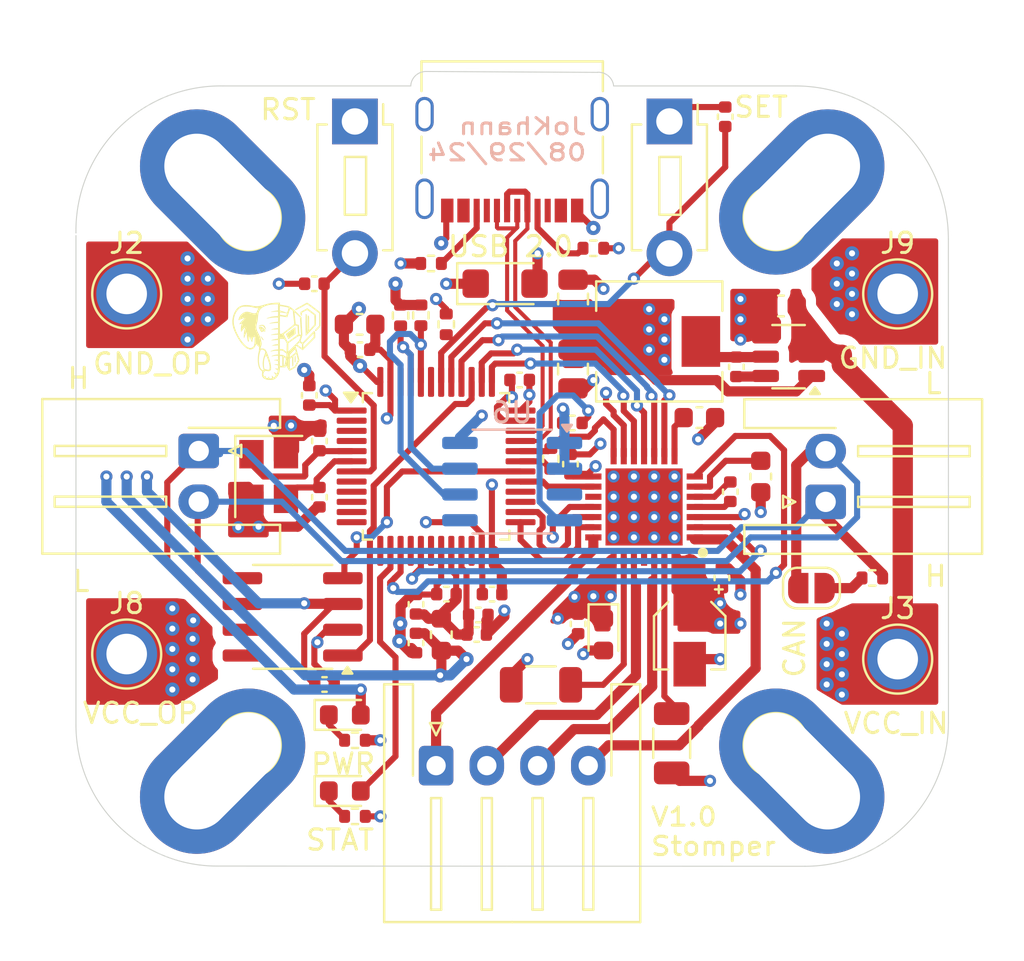
<source format=kicad_pcb>
(kicad_pcb (version 20240108) (generator "pcbnew") (generator_version "8.0")
  (layers (0 "F.Cu" mixed) (1 "In1.Cu" power) (2 "In2.Cu" power) (31 "B.Cu" mixed) (34 "B.Paste" user) (35 "F.Paste" user) (36 "B.SilkS" user "B.Silkscreen") (37 "F.SilkS" user "F.Silkscreen") (38 "B.Mask" user) (39 "F.Mask" user) (44 "Edge.Cuts" user))
  (net 0 "")
  (net 1 "GND")
  (net 2 "+3V3")
  (net 3 "Net-(IC2-CPO)")
  (net 4 "Net-(IC2-CPI)")
  (net 5 "VCC")
  (net 6 "Net-(IC2-VCP)")
  (net 7 "Net-(IC2-5VOUT)")
  (net 8 "+3.3VA")
  (net 9 "Net-(D3-K)")
  (net 10 "Net-(D4-A)")
  (net 11 "Net-(D4-K)")
  (net 12 "/OB1")
  (net 13 "/OA2")
  (net 15 "/MOT_STBY")
  (net 16 "/MOT_DIR")
  (net 17 "/MOT_ENABLE")
  (net 18 "/MOT_DIAG")
  (net 19 "/MOT_SPREAD")
  (net 20 "/MOT_MS1")
  (net 21 "/OA1")
  (net 22 "/MOT_MS2")
  (net 23 "Net-(IC2-BRA)")
  (net 24 "/OB2")
  (net 25 "/MOT_UART_RX")
  (net 26 "Net-(IC2-BRB)")
  (net 27 "/MOT_INDEX")
  (net 29 "/MOT_STEP")
  (net 30 "/CANH")
  (net 31 "/CANL")
  (net 32 "/ESCL")
  (net 33 "/ESDA")
  (net 34 "/MOT_UART_TX")
  (net 37 "/CAN_TX")
  (net 38 "/CAN_RX")
  (net 39 "/USB_D-")
  (net 40 "/USB_D+")
  (net 43 "Net-(JP1-B)")
  (net 44 "Net-(U5-SW)")
  (net 45 "Net-(U5-BST)")
  (net 47 "Net-(J10-CC1)")
  (net 49 "Net-(J10-CC2)")
  (net 54 "Net-(U3-PF0)")
  (net 55 "Net-(U3-PF1)")
  (net 60 "Net-(SW2-B)")
  (net 71 "Net-(SW1-B)")
  (footprint "Crystal:Crystal_SMD_3225-4Pin_3.2x2.5mm" (layer "F.Cu") (at 61.25 62.5 -90)
    (property "Reference" "Y2" (hide yes))
    (property "Value" "16MHz")
  )
  (footprint "Diode_SMD:D_SMF" (layer "F.Cu") (at 72.901105 52.993477)
    (property "Reference" "D1" (hide yes))
    (property "Value" "SMF6V0A")
  )
  (footprint "Resistor_SMD:R_1206_3216Metric" (layer "F.Cu") (at 74.667585 72.766938)
    (property "Reference" "R6" (hide yes))
    (property "Value" "100mOHM")
  )
  (footprint "Capacitor_SMD:C_0402_1005Metric" (layer "F.Cu") (at 63.5 53)
    (property "Reference" "C20" (hide yes))
    (property "Value" "0.1u")
  )
  (footprint "Jumper:SolderJumper-2_P1.3mm_Open_RoundedPad1.0x1.5mm" (layer "F.Cu") (at 88 68)
    (property "Reference" "JP1" (hide yes))
    (property "Value" "Jumper_2_Bridged")
  )
  (footprint "Capacitor_SMD:C_0402_1005Metric" (layer "F.Cu") (at 76.217001 59.85995)
    (property "Reference" "C1" (hide yes))
    (property "Value" ".1uF")
  )
  (footprint "TestPoint:TestPoint_Plated_Hole_D2.0mm" (layer "F.Cu") (at 92.25 53.5)
    (property "Reference" "J9")
    (property "Value" "Conn_01x01_Pin")
  )
  (footprint "Capacitor_SMD:C_0402_1005Metric" (layer "F.Cu") (at 68.508756 70.706569 -90)
    (property "Reference" "C19" (hide yes))
    (property "Value" "1u")
  )
  (footprint "Resistor_SMD:R_0402_1005Metric" (layer "F.Cu") (at 75.154699 61.628977 -90)
    (property "Reference" "R4" (hide yes))
    (property "Value" "R1k")
  )
  (footprint "Connector_JST:JST_XH_S2B-XH-A-1_1x02_P2.50mm_Horizontal" (layer "F.Cu") (at 88.7 63.75 90)
    (property "Reference" "J7" (hide yes))
    (property "Value" "Conn_01x02_Pin")
  )
  (footprint "Diode_SMD:D_0603_1608Metric" (layer "F.Cu") (at 77.75 70.2875 -90)
    (property "Reference" "D2" (hide yes))
    (property "Value" "D_TVS_30V")
  )
  (footprint "MountingHole:MountingHole_3.2mm_M3_DIN965_Pad" (layer "F.Cu") (at 60.25 49.75 -135)
    (property "Reference" "H3")
    (property "Value" "MountingHole_Pad")
  )
  (footprint "Package_SO:SOIC-8_3.9x4.9mm_P1.27mm" (layer "F.Cu") (at 62.429524 69.417558 180)
    (property "Reference" "U2" (hide yes))
    (property "Value" "SN65HVD232")
  )
  (footprint "Capacitor_SMD:C_0402_1005Metric" (layer "F.Cu") (at 76.122387 61.889207 90)
    (property "Reference" "C5" (hide yes))
    (property "Value" "100nF")
  )
  (footprint "Capacitor_SMD:C_0805_2012Metric" (layer "F.Cu") (at 76.247443 57.205287 -90)
    (property "Reference" "C27" (hide yes))
    (property "Value" "22uF")
  )
  (footprint "LED_SMD:LED_0603_1608Metric" (layer "F.Cu") (at 65 78)
    (property "Reference" "D4" (hide yes))
    (property "Value" "Red")
  )
  (footprint "Capacitor_SMD:C_0402_1005Metric" (layer "F.Cu") (at 64 72.75)
    (property "Reference" "C2" (hide yes))
    (property "Value" "100nF")
  )
  (footprint "Capacitor_SMD:C_0402_1005Metric" (layer "F.Cu") (at 73.617298 57.741944 180)
    (property "Reference" "C13" (hide yes))
    (property "Value" "100n")
  )
  (footprint "Capacitor_SMD:C_0402_1005Metric" (layer "F.Cu") (at 63.25 58.5 90)
    (property "Reference" "C12" (hide yes))
    (property "Value" "100n")
  )
  (footprint "Resistor_SMD:R_0402_1005Metric" (layer "F.Cu") (at 65.5 75.5)
    (property "Reference" "R9" (hide yes))
    (property "Value" "1.5k")
  )
  (footprint "Capacitor_SMD:C_0603_1608Metric" (layer "F.Cu") (at 85.5 62.5 90)
    (property "Reference" "C10" (hide yes))
    (property "Value" "100n 16V")
  )
  (footprint "Resistor_SMD:R_0402_1005Metric" (layer "F.Cu") (at 67.75 54.56565 90)
    (property "Reference" "R2" (hide yes))
    (property "Value" "5.1k")
  )
  (footprint "Inductor_SMD:L_0603_1608Metric" (layer "F.Cu") (at 69.758756 70.296569 -90)
    (property "Reference" "FB3" (hide yes))
    (property "Value" "120R")
  )
  (footprint "Button_Switch_THT:SW_PUSH_1P1T_6x3.5mm_H5.0_APEM_MJTP1250" (layer "F.Cu") (at 81 45 -90)
    (property "Reference" "SW1" (hide yes))
    (property "Value" "SW_SPST")
  )
  (footprint "Capacitor_SMD:C_0402_1005Metric" (layer "F.Cu") (at 83.586015 67.5 90)
    (property "Reference" "C7" (hide yes))
    (property "Value" "100nF")
  )
  (footprint "Package_QFP:LQFP-48_7x7mm_P0.5mm" (layer "F.Cu") (at 69.5 62)
    (property "Reference" "U3" (hide yes))
    (property "Value" "STM32G473CBTx")
  )
  (footprint "Inductor_SMD:L_Chilisin_BMRA00050530" (layer "F.Cu") (at 80.5 55.843821 180)
    (property "Reference" "L2" (hide yes))
    (property "Value" "4.7uF")
  )
  (footprint "Capacitor_SMD:C_0402_1005Metric" (layer "F.Cu") (at 84.3 57.093821 -90)
    (property "Reference" "C26" (hide yes))
    (property "Value" "100nF")
  )
  (footprint "MountingHole:MountingHole_3.2mm_M3_DIN965_Pad" (layer "F.Cu") (at 60.25 75.75 -45)
    (property "Reference" "H4" (hide yes))
    (property "Value" "MountingHole_Pad" (hide yes))
  )
  (footprint "Capacitor_SMD:C_0402_1005Metric" (layer "F.Cu") (at 71.580006 69.323632)
    (property "Reference" "C21" (hide yes))
    (property "Value" "100n")
  )
  (footprint "MountingHole:MountingHole_3.2mm_M3_DIN965_Pad" (layer "F.Cu") (at 86.25 75.75 45)
    (property "Reference" "H2" (hide yes))
    (property "Value" "MountingHole_Pad" (hide yes))
  )
  (footprint "TestPoint:TestPoint_Plated_Hole_D2.0mm" (layer "F.Cu") (at 54.25 53.5)
    (property "Reference" "J2")
    (property "Value" "Conn_01x01_Pin")
  )
  (footprint "TestPoint:TestPoint_Plated_Hole_D2.0mm" (layer "F.Cu") (at 92.25 71.5)
    (property "Reference" "J3")
    (property "Value" "Conn_01x01_Pin")
  )
  (footprint "Connector_JST:JST_XH_S2B-XH-A-1_1x02_P2.50mm_Horizontal" (layer "F.Cu") (at 57.8 61.241432 -90)
    (property "Reference" "J1" (hide yes))
    (property "Value" "Conn_01x02_Pin")
  )
  (footprint "Capacitor_SMD:C_0402_1005Metric" (layer "F.Cu") (at 84 63.25 90)
    (property "Reference" "C6" (hide yes))
    (property "Value" "22nF 50V")
  )
  (footprint "Resistor_SMD:R_0402_1005Metric" (layer "F.Cu") (at 77.25 51.25)
    (property "Reference" "R7" (hide yes))
    (property "Value" "5.1kOhm")
  )
  (footprint "Resistor_SMD:R_1206_3216Metric" (layer "F.Cu") (at 81.111086 75.64638 90)
    (property "Reference" "R5" (hide yes))
    (property "Value" "100mOHM")
  )
  (footprint "Capacitor_SMD:C_0402_1005Metric" (layer "F.Cu") (at 63.75 60.75 90)
    (property "Reference" "C3" (hide yes))
    (property "Value" "10pF")
  )
  (footprint "TestPoint:TestPoint_Plated_Hole_D2.0mm" (layer "F.Cu") (at 54.25 71.25)
    (property "Reference" "J8")
    (property "Value" "Conn_01x01_Pin")
  )
  (footprint "Capacitor_SMD:C_0402_1005Metric" (layer "F.Cu") (at 68.508756 68.796569 90)
    (property "Reference" "C18" (hide yes))
    (property "Value" "1u")
  )
  (footprint "Package_TO_SOT_SMD:TSOT-23-6" (layer "F.Cu") (at 86.872502 56.593821 180)
    (property "Reference" "U5" (hide yes))
    (property "Value" "AP63203WU")
  )
  (footprint "Resistor_SMD:R_0402_1005Metric" (layer "F.Cu") (at 91 67.5)
    (property "Reference" "R11" (hide yes))
    (property "Value" "120R")
  )
  (footprint "Connector_USB:USB_C_Receptacle_Palconn_UTC16-G" (layer "F.Cu") (at 73.25 46.88125 180)
    (property "Reference" "J10" (hide yes))
    (property "Value" "USB_C_Receptacle_USB2.0_16P")
  )
  (footprint "Resistor_SMD:R_0402_1005Metric" (layer "F.Cu") (at 69.25 52 180)
    (property "Reference" "R8" (hide yes))
    (property "Value" "5.1kOhm")
  )
  (footprint "Resistor_SMD:R_0402_1005Metric" (layer "F.Cu") (at 70 55 -90)
    (property "Reference" "R1" (hide yes))
    (property "Value" "1k5")
  )
  (footprint "MountingHole:MountingHole_3.2mm_M3_DIN965_Pad" (layer "F.Cu") (at 86.25 49.75 135)
    (property "Reference" "H1" (hide yes))
    (property "Value" "MountingHole_Pad" (hide yes))
  )
  (footprint "Capacitor_SMD:CP_Elec_3x5.3" (layer "F.Cu") (at 82 70.25 -90)
    (property "Reference" "C8" (hide yes))
    (property "Value" "100uF")
  )
  (footprint "Capacitor_SMD:C_0402_1005Metric" (layer "F.Cu") (at 83.75 44.77 90)
    (property "Reference" "C23" (hide yes))
    (property "Value" "0.1u")
  )
  (footprint "Capacitor_SMD:C_0402_1005Metric" (layer "F.Cu") (at 70.008756 68.296569 180)
    (property "Reference" "C17" (hide yes))
    (property "Value" "10n")
  )
  (footprint "Capacitor_SMD:C_0603_1608Metric" (layer "F.Cu") (at 65.73 55)
    (property "Reference" "C15" (hide yes))
    (property "Value" "10u")
  )
  (footprint "Connector_JST:JST_XH_S4B-XH-A-1_1x04_P2.50mm_Horizontal" (layer "F.Cu") (at 69.5 76.75)
    (property "Reference" "J4" (hide yes))
    (property "Value" "Conn_01x04_Socket")
  )
  (footprint "Resistor_SMD:R_0402_1005Metric" (layer "F.Cu") (at 68.75 54.55565 90)
    (property "Reference" "R3" (hide yes))
    (property "Value" "5.1k")
  )
  (footprint "Capacitor_SMD:C_0402_1005Metric" (layer "F.Cu") (at 76.5 69.7675 -90)
    (property "Reference" "C9" (hide yes))
    (property "Value" "100nF")
  )
  (footprint "Capacitor_SMD:C_0402_1005Metric" (layer "F.Cu") (at 72.258756 68.296569 180)
    (property "Reference" "C14" (hide yes))
    (property "Value" "100n")
  )
  (footprint "LED_SMD:LED_0603_1608Metric" (layer "F.Cu") (at 65 74.25)
    (property "Reference" "D3" (hide yes))
    (property "Value" "Green")
  )
  (footprint "Capacitor_SMD:C_0402_1005Metric" (layer "F.Cu") (at 63.75 63.52 -90)
    (property "Reference" "C4" (hide yes))
    (property "Value" "10pF")
  )
  (footprint "Capacitor_SMD:C_0603_1608Metric" (layer "F.Cu") (at 82.476881 59.597093 180)
    (property "Reference" "C11" (hide yes))
    (property "Value" "2.2uF 6.3V")
  )
  (footprint "Capacitor_SMD:C_0402_1005Metric" (layer "F.Cu") (at 65.75 56.25)
    (property "Reference" "C16" (hide yes))
    (property "Value" "100n")
  )
  (footprint "Button_Switch_THT:SW_PUSH_1P1T_6x3.5mm_H5.0_APEM_MJTP1250" (layer "F.Cu") (at 65.5 45 -90)
    (property "Reference" "SW2" (hide yes))
    (property "Value" "SW_SPST")
  )
  (footprint "Resistor_SMD:R_0402_1005Metric" (layer "F.Cu") (at 65.5 79.25)
    (property "Reference" "R10" (hide yes))
    (property "Value" "1k5")
  )
  (footprint "Capacitor_SMD:C_0402_1005Metric" (layer "F.Cu") (at 71.5 70.287255)
    (property "Reference" "C22" (hide yes))
    (property "Value" "1u")
  )
  (footprint "Capacitor_SMD:C_0603_1608Metric" (layer "F.Cu") (at 86.5 54.093821)
    (property "Reference" "C25" (hide yes))
    (property "Value" "10uF")
  )
  (footprint "Capacitor_SMD:C_0805_2012Metric" (layer "F.Cu") (at 76.25 53.75 -90)
    (property "Reference" "C28" (hide yes))
    (property "Value" "22uF")
  )
  (footprint "KiCad:QFN50P500X500X90-29N" (layer "F.Cu") (at 79.75 64 180)
    (property "Reference" "IC2" (hide yes))
    (property "Value" "TMC2209-LA" (hide yes))
  )
  (footprint "BTMP:btmp" (layer "F.Cu") (at 61.75 55.75)
    (property "Reference" "G***" (hide yes))
    (property "Value" "LOGO" (hide yes))
  )
  (footprint "Package_SO:SO-8_3.9x4.9mm_P1.27mm" (layer "B.Cu") (at 73.25 62.75 180)
    (property "Reference" "U6")
    (property "Value" "MT6701CT")
  )
  (gr_line (start 94.747918 50.798274) (end 94.752082 74.64275) (stroke (width 0.05)) (layer "Edge.Cuts"))
  (gr_line (start 51.75 50.624999) (end 51.750001 74.875001) (stroke (width 0.05)) (layer "Edge.Cuts"))
  (gr_arc (start 94.75 74.64275) (mid 92.679795 79.640671) (end 87.681876 81.710874) (stroke (width 0.05)) (layer "Edge.Cuts"))
  (gr_arc (start 77.456858 42.576922) (mid 77.988471 42.754807) (end 78.251225 43.25) (stroke (width 0.05)) (layer "Edge.Cuts"))
  (gr_line (start 58.699747 81.699746) (end 87.681876 81.710874) (stroke (width 0.05)) (layer "Edge.Cuts"))
  (gr_arc (start 87.199644 43.25) (mid 92.53708 45.460838) (end 94.747918 50.798274) (stroke (width 0.05)) (layer "Edge.Cuts"))
  (gr_line (start 78.251225 43.25) (end 87.199644 43.25) (stroke (width 0.05)) (layer "Edge.Cuts"))
  (gr_arc (start 58.699747 81.699746) (mid 53.785535 79.664213) (end 51.750001 74.750002) (stroke (width 0.05)) (layer "Edge.Cuts"))
  (gr_line (start 77.457106 42.581251) (end 69 42.537131) (stroke (width 0.05)) (layer "Edge.Cuts"))
  (gr_arc (start 68.249809 43.24999) (mid 68.482565 42.743767) (end 69 42.537131) (stroke (width 0.05)) (layer "Edge.Cuts"))
  (gr_line (start 59.000241 43.249997) (end 68.25 43.25) (stroke (width 0.05)) (layer "Edge.Cuts"))
  (gr_arc (start 51.75 50.5) (mid 53.837939 45.337767) (end 59.000241 43.249997) (stroke (width 0.05)) (layer "Edge.Cuts"))
  (gr_text "JoKhann\n08/29/24" (at 77 47 0) (layer "B.SilkS") (effects (font (size 0.8 1)) (justify left bottom mirror)))
  (gr_text "CAN" (at 87.75 72.5 90) (layer "F.SilkS") (effects (font (size 1 1)) (justify left bottom)))
  (gr_text "STAT" (at 63 81 0) (layer "F.SilkS") (effects (font (size 1 1)) (justify left bottom)))
  (gr_text "L" (at 93.5 58.5 0) (layer "F.SilkS") (effects (font (size 1 1)) (justify left bottom)))
  (gr_text "H" (at 51.25 58.25 0) (layer "F.SilkS") (effects (font (size 1 1)) (justify left bottom)))
  (gr_text "USB 2.0" (at 70 51.75 0) (layer "F.SilkS") (effects (font (size 1 1)) (justify left bottom)))
  (gr_text "PWR\n" (at 63.25 77.25 0) (layer "F.SilkS") (effects (font (size 1 1)) (justify left bottom)))
  (gr_text "GND_OP\n\n\n" (at 52.5 60.75 0) (layer "F.SilkS") (effects (font (size 1 1)) (justify left bottom)))
  (gr_text "GND_IN" (at 89.25 57.25 0) (layer "F.SilkS") (effects (font (size 1 1)) (justify left bottom)))
  (gr_text "V1.0\nStomper" (at 80 81.25 0) (layer "F.SilkS") (effects (font (size 0.9 1)) (justify left bottom)))
  (gr_text "VCC_OP\n" (at 52 74.75 0) (layer "F.SilkS") (effects (font (size 1 1)) (justify left bottom)))
  (gr_text "H" (at 93.5 68 0) (layer "F.SilkS") (effects (font (size 1 1)) (justify left bottom)))
  (gr_text "RST" (at 60.75 45 0) (layer "F.SilkS") (effects (font (size 1 1)) (justify left bottom)))
  (gr_text "VCC_IN" (at 89.5 75.25 0) (layer "F.SilkS") (effects (font (size 1 1)) (justify left bottom)))
  (gr_text "L" (at 51.5 68.25 0) (layer "F.SilkS") (effects (font (size 1 1)) (justify left bottom)))
  (gr_text "SET" (at 84.11 44.877836 0) (layer "F.SilkS") (effects (font (size 1 1)) (justify left bottom)))
  (segment (start 75.253033 64.832754) (end 76.085787 64) (width 0.3) (layer "F.Cu") (net 1))
  (segment (start 70 49.44125) (end 70.05 49.39125) (width 0.3) (layer "F.Cu") (net 1))
  (segment (start 68.2671 71.186569) (end 68.508756 71.186569) (width 0.5) (layer "F.Cu") (net 1))
  (segment (start 76.5 70.25) (end 76 70.75) (width 0.5) (layer "F.Cu") (net 1))
  (segment (start 83.251881 59.828879) (end 83.251881 59.597093) (width 0.5) (layer "F.Cu") (net 1))
  (segment (start 69 64.75) (end 71.17812 64.75) (width 0.3) (layer "F.Cu") (net 1))
  (segment (start 66.75 75.5) (end 66.01 75.5) (width 0.5) (layer "F.Cu") (net 1))
  (segment (start 74.5 51.5) (end 74.5 52.844582) (width 0.5) (layer "F.Cu") (net 1))
  (segment (start 71.98 69.591904) (end 71.98 70.287255) (width 0.5) (layer "F.Cu") (net 1))
  (segment (start 66.75 79.25) (end 66.01 79.25) (width 0.3) (layer "F.Cu") (net 1))
  (segment (start 74 71.5) (end 73.205085 72.294915) (width 0.5) (layer "F.Cu") (net 1))
  (segment (start 68.09049 70.956569) (end 67.748756 70.614835) (width 0.5) (layer "F.Cu") (net 1))
  (segment (start 63.5 71.742314) (end 63.51916 71.742314) (width 0.3) (layer "F.Cu") (net 1))
  (segment (start 69.528756 67.856878) (end 69.528756 68.296569) (width 0.3) (layer "F.Cu") (net 1))
  (segment (start 67.748756 68.888303) (end 68.32049 68.316569) (width 0.5) (layer "F.Cu") (net 1))
  (segment (start 72.060006 69.511898) (end 71.98 69.591904) (width 0.5) (layer "F.Cu") (net 1))
  (segment (start 83.75 44.29) (end 81.71 44.29) (width 0.3) (layer "F.Cu") (net 1))
  (segment (start 71.75 65.32188) (end 71.75 66.1625) (width 0.3) (layer "F.Cu") (net 1))
  (segment (start 67.731373 69.74759) (end 67.731373 70.597452) (width 0.5) (layer "F.Cu") (net 1))
  (segment (start 84.5 68.317552) (end 84.5 67.623986) (width 0.5) (layer "F.Cu") (net 1))
  (segment (start 77.073828 61.409207) (end 76.122387 61.409207) (width 0.3) (layer "F.Cu") (net 1))
  (segment (start 83 77.5) (end 81.502206 77.5) (width 0.5) (layer "F.Cu") (net 1))
  (segment (start 69.75 66.1625) (end 69.75 67.635634) (width 0.3) (layer "F.Cu") (net 1))
  (segment (start 77 59.556951) (end 76.697001 59.85995) (width 0.3) (layer "F.Cu") (net 1))
  (segment (start 72.987514 58.584366) (end 72.5 59.07188) (width 0.3) (layer "F.Cu") (net 1))
  (segment (start 73.205085 72.294915) (end 73.205085 72.766938) (width 0.5) (layer "F.Cu") (net 1))
  (segment (start 69.75 51) (end 70 50.75) (width 0.3) (layer "F.Cu") (net 1))
  (segment (start 78.75 59.976345) (end 78.75 61.5) (width 0.3) (layer "F.Cu") (net 1))
  (segment (start 67.75 52) (end 68.74 52) (width 0.5) (layer "F.Cu") (net 1))
  (segment (start 78.5 51.25) (end 77.76 51.25) (width 0.3) (layer "F.Cu") (net 1))
  (segment (start 72.865342 69.401913) (end 71.98 70.287255) (width 0.5) (layer "F.Cu") (net 1))
  (segment (start 82 71.5) (end 83.5 71.5) (width 0.5) (layer "F.Cu") (net 1))
  (segment (start 63.65 64) (end 63.75 64) (width 0.5) (layer "F.Cu") (net 1))
  (segment (start 77.25 50.25) (end 76.45 49.45) (width 0.3) (layer "F.Cu") (net 1))
  (segment (start 68.508756 71.186569) (end 68.278756 70.956569) (width 0.5) (layer "F.Cu") (net 1))
  (segment (start 71.778756 67.129481) (end 71.778756 68.296569) (width 0.3) (layer "F.Cu") (net 1))
  (segment (start 67.748756 70.614835) (end 67.748756 68.888303) (width 0.5) (layer "F.Cu") (net 1))
  (segment (start 72.82188 59.75) (end 73.6625 59.75) (width 0.3) (layer "F.Cu") (net 1))
  (segment (start 74.5 52.844582) (end 74.351105 52.993477) (width 0.5) (layer "F.Cu") (net 1))
  (segment (start 81.71 44.29) (end 81 45) (width 0.3) (layer "F.Cu") (net 1))
  (segment (start 68.32049 71.186569) (end 68.508756 71.186569) (width 0.5) (layer "F.Cu") (net 1))
  (segment (start 77.875 58.91565) (end 78.25 59.29065) (width 0.3) (layer "F.Cu") (net 1))
  (segment (start 72.5 59.42812) (end 72.82188 59.75) (width 0.3) (layer "F.Cu") (net 1))
  (segment (start 77.75 71.075) (end 76.925 71.075) (width 0.5) (layer "F.Cu") (net 1))
  (segment (start 72.060006 69.323632) (end 72.060006 69.511898) (width 0.5) (layer "F.Cu") (net 1))
  (segment (start 76.5 70.2475) (end 76.5 70.25) (width 0.5) (layer "F.Cu") (net 1))
  (segment (start 69.528756 68.296569) (end 69.508756 68.316569) (width 0.3) (layer "F.Cu") (net 1))
  (segment (start 77.25 57.75) (end 76.706179 58.293821) (width 0.5) (layer "F.Cu") (net 1))
  (segment (start 61.75 53) (end 63.02 53) (width 0.3) (layer "F.Cu") (net 1))
  (segment (start 67.731373 70.597452) (end 68.32049 71.186569) (width 0.5) (layer "F.Cu") (net 1))
  (segment (start 62.676493 64.973507) (end 63.65 64) (width 0.5) (layer "F.Cu") (net 1))
  (segment (start 84.706272 64.35) (end 84.556272 64.5) (width 0.3) (layer "F.Cu") (net 1))
  (segment (start 81.502206 77.5) (end 81.111086 77.10888) (width 0.5) (layer "F.Cu") (net 1))
  (segment (start 73.237514 58.584366) (end 72.987514 58.584366) (width 0.3) (layer "F.Cu") (net 1))
  (segment (start 69.508756 68.316569) (end 68.508756 68.316569) (width 0.3) (layer "F.Cu") (net 1))
  (segment (start 83.896014 67.02) (end 83.586015 67.02) (width 0.5) (layer "F.Cu") (net 1))
  (segment (start 64.979348 70.042627) (end 64.126613 70.042627) (width 0.3) (layer "F.Cu") (net 1))
  (segment (start 66.75 56.25) (end 66.23 56.25) (width 0.3) (layer "F.Cu") (net 1))
  (segment (start 73.237514 57.84216) (end 73.137298 57.741944) (width 0.3) (layer "F.Cu") (net 1))
  (segment (start 67.25 57.8375) (end 67.25 56.75) (width 0.3) (layer "F.Cu") (net 1))
  (segment (start 64.126613 70.042627) (end 63.5 70.66924) (width 0.3) (layer "F.Cu") (net 1))
  (segment (start 72.5 59.07188) (end 72.5 59.42812) (width 0.3) (layer "F.Cu") (net 1))
  (segment (start 60.75 64.973507) (end 62.676493 64.973507) (width 0.5) (layer "F.Cu") (net 1))
  (segment (start 68.278756 70.956569) (end 68.09049 70.956569) (width 0.5) (layer "F.Cu") (net 1))
  (segment (start 76.085787 64) (end 77.25 64) (width 0.3) (layer "F.Cu") (net 1))
  (segment (start 72.865342 69.106568) (end 72.865342 69.401913) (width 0.5) (layer "F.Cu") (net 1))
  (segment (start 77.3 52.8) (end 77.75 53.25) (width 0.5) (layer "F.Cu") (net 1))
  (segment (start 64.48 72.703154) (end 64.48 72.75) (width 0.3) (layer "F.Cu") (net 1))
  (segment (start 71.75 67.100725) (end 71.778756 67.129481) (width 0.3) (layer "F.Cu") (net 1))
  (segment (start 77 59.25) (end 77 59.556951) (width 0.3) (layer "F.Cu") (net 1))
  (segment (start 69.75 67.635634) (end 69.528756 67.856878) (width 0.3) (layer "F.Cu") (net 1))
  (segment (start 75.253033 65.5) (end 75.253033 64.832754) (width 0.3) (layer "F.Cu") (net 1))
  (segment (start 67.690168 70.609637) (end 68.2671 71.186569) (width 0.5) (layer "F.Cu") (net 1))
  (segment (start 77.875 58.375) (end 77.875 58.91565) (width 0.3) (layer "F.Cu") (net 1))
  (segment (start 84.5 67.623986) (end 83.896014 67.02) (width 0.5) (layer "F.Cu") (net 1))
  (segment (start 76.706179 58.293821) (end 76.25 58.293821) (width 0.5) (layer "F.Cu") (net 1))
  (segment (start 63 57.25) (end 63.25 57.5) (width 0.5) (layer "F.Cu") (net 1))
  (segment (start 76.45 49.45) (end 76.45 49.39125) (width 0.3) (layer "F.Cu") (net 1))
  (segment (start 66.505 55) (end 66.505 55.975) (width 0.5) (layer "F.Cu") (net 1))
  (segment (start 63.25 57.5) (end 63.25 58.02) (width 0.5) (layer "F.Cu") (net 1))
  (segment (start 67.25 59.462796) (end 67.25 57.8375) (width 0.3) (layer "F.Cu") (net 1))
  (segment (start 63.51916 71.742314) (end 64.48 72.703154) (width 0.3) (layer "F.Cu") (net 1))
  (segment (start 71.17812 64.75) (end 71.75 65.32188) (width 0.3) (layer "F.Cu") (net 1))
  (segment (start 82.41538 60.66538) (end 83.251881 59.828879) (width 0.5) (layer "F.Cu") (net 1))
  (segment (start 77.6 60.883035) (end 77.073828 61.409207) (width 0.3) (layer "F.Cu") (net 1))
  (segment (start 70 50.75) (end 70 49.44125) (width 0.3) (layer "F.Cu") (net 1))
  (segment (start 73.237514 58.584366) (end 73.237514 57.84216) (width 0.3) (layer "F.Cu") (net 1))
  (segment (start 84.556272 64.5) (end 82.25 64.5) (width 0.3) (layer "F.Cu") (net 1))
  (segment (start 66.505 55.975) (end 66.23 56.25) (width 0.5) (layer "F.Cu") (net 1))
  (segment (start 63.5 70.66924) (end 63.5 71.742314) (width 0.3) (layer "F.Cu") (net 1))
  (segment (start 76.925 71.075) (end 76.75 71.25) (width 0.5) (layer "F.Cu") (net 1))
  (segment (start 78.25 59.476345) (end 78.75 59.976345) (width 0.3) (layer "F.Cu") (net 1))
  (segment (start 67.25 56.75) (end 66.75 56.25) (width 0.3) (layer "F.Cu") (net 1))
  (segment (start 67.075 59.637796) (end 67.25 59.462796) (width 0.3) (layer "F.Cu") (net 1))
  (segment (start 76.25 52.8) (end 77.3 52.8) (width 0.5) (layer "F.Cu") (net 1))
  (segment (start 71.75 66.1625) (end 71.75 67.100725) (width 0.3) (layer "F.Cu") (net 1))
  (segment (start 78.25 59.29065) (end 78.25 59.476345) (width 0.3) (layer "F.Cu") (net 1))
  (segment (start 68.32049 68.316569) (end 68.508756 68.316569) (width 0.5) (layer "F.Cu") (net 1))
  (via (at 89.25 53) (size 0.7) (drill 0.3) (layers "F.Cu" "B.Cu") (net 1))
  (via (at 63 57.25) (size 0.7) (drill 0.3) (layers "F.Cu" "B.Cu") (net 1))
  (via (at 82.41538 60.66538) (size 0.6) (drill 0.3) (layers "F.Cu" "B.Cu") (net 1))
  (via (at 77.25 57.75) (size 0.6) (drill 0.3) (layers "F.Cu" "B.Cu") (net 1))
  (via (at 81.25 63.5) (size 0.6) (drill 0.3) (layers "F.Cu" "B.Cu") (net 1))
  (via (at 69 64.75) (size 0.6) (drill 0.3) (layers "F.Cu" "B.Cu") (net 1))
  (via (at 90 54.5) (size 0.7) (drill 0.3) (layers "F.Cu" "B.Cu") (net 1))
  (via (at 76 70.75) (size 0.6) (drill 0.3) (layers "F.Cu" "B.Cu") (net 1))
  (via (at 77 59.25) (size 0.6) (drill 0.3) (layers "F.Cu" "B.Cu") (net 1))
  (via (at 57.25 55.75) (size 0.7) (drill 0.3) (layers "F.Cu" "B.Cu") (net 1))
  (via (at 80.25 62.5) (size 0.6) (drill 0.3) (layers "F.Cu" "B.Cu") (net 1))
  (via (at 84.5 68.317552) (size 0.6) (drill 0.3) (layers "F.Cu" "B.Cu") (net 1))
  (via (at 84.5 55.75) (size 0.6) (drill 0.3) (layers "F.Cu" "B.Cu") (net 1))
  (via (at 77.875 58.375) (size 0.6) (drill 0.3) (layers "F.Cu" "B.Cu") (net 1))
  (via (at 58.25 52.75) (size 0.7) (drill 0.3) (layers "F.Cu" "B.Cu") (net 1))
  (via (at 81.25 62.5) (size 0.6) (drill 0.3) (layers "F.Cu" "B.Cu") (net 1))
  (via (at 69.75 51) (size 0.7) (drill 0.3) (layers "F.Cu" "B.Cu") (net 1))
  (via (at 89.25 52) (size 0.7) (drill 0.3) (layers "F.Cu" "B.Cu") (net 1))
  (via (at 67.731373 69.74759) (size 0.7) (drill 0.3) (layers "F.Cu" "B.Cu") (net 1))
  (via (at 90 53.5) (size 0.7) (drill 0.3) (layers "F.Cu" "B.Cu") (net 1))
  (via (at 67.690168 70.609637) (size 0.7) (drill 0.3) (layers "F.Cu" "B.Cu") (net 1))
  (via (at 58.25 54.75) (size 0.7) (drill 0.3) (layers "F.Cu" "B.Cu") (net 1))
  (via (at 84.706272 64.35) (size 0.6) (drill 0.3) (layers "F.Cu" "B.Cu") (net 1))
  (via (at 61.75 53) (size 0.6) (drill 0.3) (layers "F.Cu" "B.Cu") (net 1))
  (via (at 57.25 52.75) (size 0.7) (drill 0.3) (layers "F.Cu" "B.Cu") (net 1))
  (via (at 74.5 51.5) (size 0.6) (drill 0.3) (layers "F.Cu" "B.Cu") (net 1))
  (via (at 66.75 79.25) (size 0.6) (drill 0.3) (layers "F.Cu" "B.Cu") (net 1))
  (via (at 80.25 63.5) (size 0.6) (drill 0.3) (layers "F.Cu" "B.Cu") (net 1))
  (via (at 81.25 64.5) (size 0.6) (drill 0.3) (layers "F.Cu" "B.Cu") (net 1))
  (via (at 80.25 65.5) (size 0.6) (drill 0.3) (layers "F.Cu" "B.Cu") (net 1))
  (via (at 79.25 63.5) (size 0.6) (drill 0.3) (layers "F.Cu" "B.Cu") (net 1))
  (via (at 57.25 54.75) (size 0.7) (drill 0.3) (layers "F.Cu" "B.Cu") (net 1))
  (via (at 74 71.5) (size 0.6) (drill 0.3) (layers "F.Cu" "B.Cu") (net 1))
  (via (at 83.5 71.5) (size 0.6) (drill 0.3) (layers "F.Cu" "B.Cu") (net 1))
  (via (at 75.253033 65.5) (size 0.6) (drill 0.3) (layers "F.Cu" "B.Cu") (net 1))
  (via (at 72.865342 69.106568) (size 0.6) (drill 0.3) (layers "F.Cu" "B.Cu") (net 1))
  (via (at 58.25 53.75) (size 0.7) (drill 0.3) (layers "F.Cu" "B.Cu") (net 1))
  (via (at 67.75 52) (size 0.6) (drill 0.3) (layers "F.Cu" "B.Cu") (net 1))
  (via (at 61.5 60) (size 0.6) (drill 0.3) (layers "F.Cu" "B.Cu") (net 1))
  (via (at 89.25 54) (size 0.7) (drill 0.3) (layers "F.Cu" "B.Cu") (net 1))
  (via (at 62.349669 59.986079) (size 0.6) (drill 0.3) (layers "F.Cu" "B.Cu") (net 1))
  (via (at 66.75 75.5) (size 0.6) (drill 0.3) (layers "F.Cu" "B.Cu") (net 1))
  (via (at 81.25 65.5) (size 0.6) (drill 0.3) (layers "F.Cu" "B.Cu") (net 1))
  (via (at 73.237514 58.584366) (size 0.6) (drill 0.3) (layers "F.Cu" "B.Cu") (net 1))
  (via (at 78.25 65.5) (size 0.6) (drill 0.3) (layers "F.Cu" "B.Cu") (net 1))
  (via (at 83 77.5) (size 0.6) (drill 0.3) (layers "F.Cu" "B.Cu") (net 1))
  (via (at 80.25 64.5) (size 0.6) (drill 0.3) (layers "F.Cu" "B.Cu") (net 1))
  (via (at 59.75 65) (size 0.6) (drill 0.3) (layers "F.Cu" "B.Cu") (net 1))
  (via (at 77.25 50.25) (size 0.7) (drill 0.3) (layers "F.Cu" "B.Cu") (net 1))
  (via (at 67.075 59.637796) (size 0.6) (drill 0.3) (layers "F.Cu" "B.Cu") (net 1))
  (via (at 79.25 62.5) (size 0.6) (drill 0.3) (layers "F.Cu" "B.Cu") (net 1))
  (via (at 84.5 54.75) (size 0.6) (drill 0.3) (layers "F.Cu" "B.Cu") (net 1))
  (via (at 63.65 70.66924) (size 0.6) (drill 0.3) (layers "F.Cu" "B.Cu") (net 1))
  (via (at 77.6 60.883035) (size 0.6) (drill 0.3) (layers "F.Cu" "B.Cu") (net 1))
  (via (at 78.25 62.5) (size 0.6) (drill 0.3) (layers "F.Cu" "B.Cu") (net 1))
  (via (at 57.25 51.75) (size 0.7) (drill 0.3) (layers "F.Cu" "B.Cu") (net 1))
  (via (at 90 52.5) (size 0.7) (drill 0.3) (layers "F.Cu" "B.Cu") (net 1))
  (via (at 57.25 53.75) (size 0.7) (drill 0.3) (layers "F.Cu" "B.Cu") (net 1))
  (via (at 77.75 53.25) (size 0.6) (drill 0.3) (layers "F.Cu" "B.Cu") (net 1))
  (via (at 76.75 71.25) (size 0.6) (drill 0.3) (layers "F.Cu" "B.Cu") (net 1))
  (via (at 84.5 53.75) (size 0.6) (drill 0.3) (layers "F.Cu" "B.Cu") (net 1))
  (via (at 78.25 64.5) (size 0.6) (drill 0.3) (layers "F.Cu" "B.Cu") (net 1))
  (via (at 78.5 51.25) (size 0.6) (drill 0.3) (layers "F.Cu" "B.Cu") (net 1))
  (via (at 79.25 65.5) (size 0.6) (drill 0.3) (layers "F.Cu" "B.Cu") (net 1))
  (via (at 78.25 63.5) (size 0.6) (drill 0.3) (layers "F.Cu" "B.Cu") (net 1))
  (via (at 90 51.5) (size 0.7) (drill 0.3) (layers "F.Cu" "B.Cu") (net 1))
  (via (at 79.25 64.5) (size 0.6) (drill 0.3) (layers "F.Cu" "B.Cu") (net 1))
  (via (at 60.75 64.973507) (size 0.6) (drill 0.3) (layers "F.Cu" "B.Cu") (net 1))
  (segment (start 76.141262 64.655) (end 75.825 64.655) (width 0.3) (layer "B.Cu") (net 1))
  (segment (start 76.255287 58.505287) (end 75.480761 58.505287) (width 0.3) (layer "B.Cu") (net 1))
  (segment (start 77 59.25) (end 76.255287 58.505287) (width 0.3) (layer "B.Cu") (net 1))
  (segment (start 75.508738 64.655) (end 75.825 64.655) (width 0.3) (layer "B.Cu") (net 1))
  (segment (start 74.6 59.386048) (end 74.6 63.746262) (width 0.3) (layer "B.Cu") (net 1))
  (segment (start 74.6 63.746262) (end 75.508738 64.655) (width 0.3) (layer "B.Cu") (net 1))
  (segment (start 75.480761 58.505287) (end 74.6 59.386048) (width 0.3) (layer "B.Cu") (net 1))
  (segment (start 68.938756 70.226569) (end 68.508756 70.226569) (width 0.5) (layer "F.Cu") (net 2))
  (segment (start 65.27 56.566846) (end 65.27 56.25) (width 0.5) (layer "F.Cu") (net 2))
  (segment (start 64.955 55.935) (end 64.955 55) (width 0.5) (layer "F.Cu") (net 2))
  (segment (start 72.516384 67) (end 72.5 67) (width 0.5) (layer "F.Cu") (net 2))
  (segment (start 75.75 59.155287) (end 75.75 59.846951) (width 0.3) (layer "F.Cu") (net 2))
  (segment (start 64.955 55.205) (end 65 55.25) (width 0.5) (layer "F.Cu") (net 2))
  (segment (start 70 53) (end 71.444582 53) (width 0.5) (layer "F.Cu") (net 2))
  (segment (start 71 71.5) (end 70.584069 71.084069) (width 0.5) (layer "F.Cu") (net 2))
  (segment (start 69.758756 71.084069) (end 69.758756 71.046569) (width 0.5) (layer "F.Cu") (net 2))
  (segment (start 64.52 58.725143) (end 64.52 59.25) (width 0.3) (layer "F.Cu") (net 2))
  (segment (start 80.356179 57.75) (end 78.45 55.843821) (width 0.5) (layer "F.Cu") (net 2))
  (segment (start 64.058427 58.26357) (end 64.52 58.725143) (width 0.3) (layer "F.Cu") (net 2))
  (segment (start 65.75 57.046846) (end 65.27 56.566846) (width 0.5) (layer "F.Cu") (net 2))
  (segment (start 76.25318 62.5) (end 76.122387 62.369207) (width 0.3) (layer "F.Cu") (net 2))
  (segment (start 63 72.23) (end 63.52 72.75) (width 0.3) (layer "F.Cu") (net 2))
  (segment (start 72.738756 67.222372) (end 72.516384 67) (width 0.5) (layer "F.Cu") (net 2))
  (segment (start 64.979348 68.772627) (end 64.477373 68.772627) (width 0.3) (layer "F.Cu") (net 2))
  (segment (start 72.25 62.9) (end 72.25 66.1625) (width 0.3) (layer "F.Cu") (net 2))
  (segment (start 70.584069 71.084069) (end 69.758756 71.084069) (width 0.5) (layer "F.Cu") (net 2))
  (segment (start 65.694502 54.260498) (end 64.955 55) (width 0.5) (layer "F.Cu") (net 2))
  (segment (start 74.097298 58.815202) (end 73.6625 59.25) (width 0.3) (layer "F.Cu") (net 2))
  (segment (start 65.694502 54.236596) (end 65.694502 54.260498) (width 0.5) (layer "F.Cu") (net 2))
  (segment (start 68.75 54.04565) (end 67.76 54.04565) (width 0.5) (layer "F.Cu") (net 2))
  (segment (start 72.5 67) (end 72.35 66.85) (width 0.5) (layer "F.Cu") (net 2))
  (segment (start 66.5875 57.8375) (end 66.75 57.8375) (width 0.3) (layer "F.Cu") (net 2))
  (segment (start 88.010002 57.543821) (end 87.250002 58.303821) (width 0.5) (layer "F.Cu") (net 2))
  (segment (start 63.022627 68.772627) (end 64.979348 68.772627) (width 0.5) (layer "F.Cu") (net 2))
  (segment (start 74.097298 58.47158) (end 74.097298 57.741944) (width 0.3) (layer "F.Cu") (net 2))
  (segment (start 65.3375 59.25) (end 64.52 59.25) (width 0.3) (layer "F.Cu") (net 2))
  (segment (start 65.796846 57.046846) (end 66.5875 57.8375) (width 0.3) (layer "F.Cu") (net 2))
  (segment (start 72.35 66.85) (end 72.35 66.1625) (width 0.5) (layer "F.Cu") (net 2))
  (segment (start 67.5 53) (end 67.5 53.80565) (width 0.5) (layer "F.Cu") (net 2))
  (segment (start 63 70.25) (end 63 72.23) (width 0.3) (layer "F.Cu") (net 2))
  (segment (start 77.36182 61.991926) (end 76.984539 62.369207) (width 0.3) (layer "F.Cu") (net 2))
  (segment (start 64.477373 68.772627) (end 63 70.25) (width 0.3) (layer "F.Cu") (net 2))
  (segment (start 67.76 54.04565) (end 67.75 54.05565) (width 0.5) (layer "F.Cu") (net 2))
  (segment (start 69.7 72.3) (end 69.758756 72.241244) (width 0.5) (layer "F.Cu") (net 2))
  (segment (start 75.75 59.846951) (end 75.737001 59.85995) (width 0.3) (layer "F.Cu") (net 2))
  (segment (start 83.881734 58.303821) (end 83.327913 57.75) (width 0.5) (layer "F.Cu") (net 2))
  (segment (start 77.25 62.5) (end 76.25318 62.5) (width 0.3) (layer "F.Cu") (net 2))
  (segment (start 72.738756 68.296569) (end 72.738756 67.222372) (width 0.5) (layer "F.Cu") (net 2))
  (segment (start 65.75 57.046846) (end 65.796846 57.046846) (width 0.3) (layer "F.Cu") (net 2))
  (segment (start 65.27 56.25) (end 64.955 55.935) (width 0.5) (layer "F.Cu") (net 2))
  (segment (start 63 68.75) (end 63.022627 68.772627) (width 0.5) (layer "F.Cu") (net 2))
  (segment (start 70 54.49) (end 70 54.25) (width 0.3) (layer "F.Cu") (net 2))
  (segment (start 76.984539 62.369207) (end 76.122387 62.369207) (width 0.3) (layer "F.Cu") (net 2))
  (segment (start 83.327913 57.75) (end 80.356179 57.75) (width 0.5) (layer "F.Cu") (net 2))
  (segment (start 64.25 58.98) (end 63.25 58.98) (width 0.3) (layer "F.Cu") (net 2))
  (segment (start 64.52 59.25) (end 64.25 58.98) (width 0.3) (layer "F.Cu") (net 2))
  (segment (start 69.758756 71.046569) (end 68.938756 70.226569) (width 0.5) (layer "F.Cu") (net 2))
  (segment (start 70 54.25) (end 69.5 53.75) (width 0.3) (layer "F.Cu") (net 2))
  (segment (start 87.250002 58.303821) (end 83.881734 58.303821) (width 0.5) (layer "F.Cu") (net 2))
  (segment (start 74.097298 58.47158) (end 74.097298 58.815202) (width 0.3) (layer "F.Cu") (net 2))
  (segment (start 64.955 55) (end 64.955 55.205) (width 0.5) (layer "F.Cu") (net 2))
  (segment (start 71.444582 53) (end 71.451105 52.993477) (width 0.5) (layer "F.Cu") (net 2))
  (segment (start 67.5 53.80565) (end 67.75 54.05565) (width 0.5) (layer "F.Cu") (net 2))
  (segment (start 65.7875 73) (end 65.7875 74) (width 0.5) (layer "F.Cu") (net 2))
  (segment (start 69.758756 72.241244) (end 69.758756 71.084069) (width 0.5) (layer "F.Cu") (net 2))
  (via (at 77.36182 61.991926) (size 0.6) (drill 0.3) (layers "F.Cu" "B.Cu") (net 2))
  (via (at 71.75 59.5) (size 0.6) (drill 0.3) (layers "F.Cu" "B.Cu") (net 2))
  (via (at 67.5 53) (size 0.7) (drill 0.3) (layers "F.Cu" "B.Cu") (net 2))
  (via (at 69.7 72.3) (size 0.7) (drill 0.3) (layers "F.Cu" "B.Cu") (net 2))
  (via (at 74.097298 58.47158) (size 0.6) (drill 0.3) (layers "F.Cu" "B.Cu") (net 2))
  (via (at 53.25 62.5) (size 0.6) (drill 0.3) (layers "F.Cu" "B.Cu") (net 2))
  (via (at 54.25 62.5) (size 0.6) (drill 0.3) (layers "F.Cu" "B.Cu") (net 2))
  (via (at 80.75 56.75) (size 0.6) (drill 0.3) (layers "F.Cu" "B.Cu") (net 2))
  (via (at 80 54.25) (size 0.6) (drill 0.3) (layers "F.Cu" "B.Cu") (net 2))
  (via (at 65.694502 54.236596) (size 0.7) (drill 0.3) (layers "F.Cu" "B.Cu") (net 2))
  (via (at 65.75 57.046846) (size 0.7) (drill 0.3) (layers "F.Cu" "B.Cu") (net 2))
  (via (at 64.058427 58.26357) (size 0.6) (drill 0.3) (layers "F.Cu" "B.Cu") (net 2))
  (via (at 72.25 62.9) (size 0.6) (drill 0.3) (layers "F.Cu" "B.Cu") (net 2))
  (via (at 63 68.75) (size 0.6) (drill 0.3) (layers "F.Cu" "B.Cu") (net 2))
  (via (at 75.75 59.155287) (size 0.6) (drill 0.3) (layers "F.Cu" "B.Cu") (net 2))
  (via (at 69.5 53.75) (size 0.6) (drill 0.3) (layers "F.Cu" "B.Cu") (net 2))
  (via (at 65.7875 73) (size 0.6) (drill 0.3) (layers "F.Cu" "B.Cu") (net 2))
  (via (at 55.25 62.5) (size 0.6) (drill 0.3) (layers "F.Cu" "B.Cu") (net 2))
  (via (at 70 53) (size 0.6) (drill 0.3) (layers "F.Cu" "B.Cu") (net 2))
  (via (at 80.75 55.75) (size 0.6) (drill 0.3) (layers "F.Cu" "B.Cu") (net 2))
  (via (at 80.75 54.75) (size 0.6) (drill 0.3) (layers "F.Cu" "B.Cu") (net 2))
  (via (at 71 71.5) (size 0.7) (drill 0.3) (layers "F.Cu" "B.Cu") (net 2))
  (via (at 80 56.25) (size 0.6) (drill 0.3) (layers "F.Cu" "B.Cu") (net 2))
  (via (at 80 55.25) (size 0.6) (drill 0.3) (layers "F.Cu" "B.Cu") (net 2))
  (segment (start 70.675 60.845) (end 70.675 60.575) (width 0.5) (layer "B.Cu") (net 2))
  (segment (start 75.825 59.230287) (end 75.825 62.115) (width 0.5) (layer "B.Cu") (net 2))
  (segment (start 69.7 72.3) (end 70.2 72.3) (width 0.5) (layer "B.Cu") (net 2))
  (segment (start 60.75 68.75) (end 63 68.75) (width 0.5) (layer "B.Cu") (net 2))
  (segment (start 70.2 72.3) (end 71 71.5) (width 0.5) (layer "B.Cu") (net 2))
  (segment (start 55.25 62.5) (end 55.25 63.25) (width 0.5) (layer "B.Cu") (net 2))
  (segment (start 62.5 73) (end 65.7875 73) (width 0.5) (layer "B.Cu") (net 2))
  (segment (start 54.25 63.5) (end 63.05 72.3) (width 0.5) (layer "B.Cu") (net 2))
  (segment (start 55.25 63.25) (end 60.75 68.75) (width 0.5) (layer "B.Cu") (net 2))
  (segment (start 53.25 62.5) (end 53.25 63.75) (width 0.5) (layer "B.Cu") (net 2))
  (segment (start 54.25 62.5) (end 54.25 63.5) (width 0.5) (layer "B.Cu") (net 2))
  (segment (start 76 60.67) (end 75.825 60.845) (width 0.3) (layer "B.Cu") (net 2))
  (segment (start 63.05 72.3) (end 69.7 72.3) (width 0.5) (layer "B.Cu") (net 2))
  (segment (start 75.75 59.155287) (end 75.825 59.230287) (width 0.5) (layer "B.Cu") (net 2))
  (segment (start 53.25 63.75) (end 62.5 73) (width 0.5) (layer "B.Cu") (net 2))
  (segment (start 70.675 60.575) (end 71.75 59.5) (width 0.5) (layer "B.Cu") (net 2))
  (segment (start 83.707107 64) (end 83.977107 63.73) (width 0.3) (layer "F.Cu") (net 3))
  (segment (start 83.977107 63.73) (end 84 63.73) (width 0.3) (layer "F.Cu") (net 3))
  (segment (start 82.25 64) (end 83.707107 64) (width 0.3) (layer "F.Cu") (net 3))
  (segment (start 82.25 63.5) (end 83.213083 63.5) (width 0.3) (layer "F.Cu") (net 4))
  (segment (start 83.213083 63.5) (end 83.943083 62.77) (width 0.3) (layer "F.Cu") (net 4))
  (segment (start 83.943083 62.77) (end 84 62.77) (width 0.3) (layer "F.Cu") (net 4))
  (segment (start 89.5 57) (end 89.5 56.5) (width 1) (layer "F.Cu") (net 5))
  (segment (start 78.15 66.6) (end 78.15 68.35) (width 0.5) (layer "F.Cu") (net 5))
  (segment (start 92.5 71.25) (end 92.5 60) (width 1) (layer "F.Cu") (net 5))
  (segment (start 76.319781 68.430219) (end 78.15 66.6) (width 0.5) (layer "F.Cu") (net 5))
  (segment (start 78.15 68.35) (end 78.1 68.4) (width 0.5) (layer "F.Cu") (net 5))
  (segment (start 85.5 63.275) (end 85.5 64.25) (width 0.5) (layer "F.Cu") (net 5))
  (segment (start 81.35 68.1) (end 81.35 66.5) (width 0.5) (layer "F.Cu") (net 5))
  (segment (start 75.5 69.25) (end 76.319781 68.430219) (width 0.5) (layer "F.Cu") (net 5))
  (segment (start 92.25 71.5) (end 92.5 71.25) (width 1) (layer "F.Cu") (net 5))
  (segment (start 75.5 69.5) (end 75.5 69.25) (width 0.5) (layer "F.Cu") (net 5))
  (segment (start 92.5 60) (end 89.5 57) (width 1) (layer "F.Cu") (net 5))
  (segment (start 82 68.75) (end 81.35 68.1) (width 0.5) (layer "F.Cu") (net 5))
  (via (at 56.5 73) (size 0.7) (drill 0.3) (layers "F.Cu" "B.Cu") (net 5))
  (via (at 88.75 69.75) (size 0.7) (drill 0.3) (layers "F.Cu" "B.Cu") (net 5))
  (via (at 89.5 72.25) (size 0.7) (drill 0.3) (layers "F.Cu" "B.Cu") (net 5))
  (via (at 89.5 73.25) (size 0.7) (drill 0.3) (layers "F.Cu" "B.Cu") (net 5))
  (via (at 88.75 72.75) (size 0.7) (drill 0.3) (layers "F.Cu" "B.Cu") (net 5))
  (via (at 88.75 70.75) (size 0.7) (drill 0.3) (layers "F.Cu" "B.Cu") (net 5))
  (via (at 83.5 69.75) (size 0.6) (drill 0.3) (layers "F.Cu" "B.Cu") (net 5))
  (via (at 56.5 70) (size 0.7) (drill 0.3) (layers "F.Cu" "B.Cu") (net 5))
  (via (at 78.1 68.4) (size 0.6) (drill 0.3) (layers "F.Cu" "B.Cu") (net 5))
  (via (at 84.5 69.75) (size 0.6) (drill 0.3) (layers "F.Cu" "B.Cu") (net 5))
  (via (at 56.5 72) (size 0.7) (drill 0.3) (layers "F.Cu" "B.Cu") (net 5))
  (via (at 89.5 71.25) (size 0.7) (drill 0.3) (layers "F.Cu" "B.Cu") (net 5))
  (via (at 89.5 70.25) (size 0.7) (drill 0.3) (layers "F.Cu" "B.Cu") (net 5))
  (via (at 88.75 71.75) (size 0.7) (drill 0.3) (layers "F.Cu" "B.Cu") (net 5))
  (via (at 57.5 70.5) (size 0.7) (drill 0.3) (layers "F.Cu" "B.Cu") (net 5))
  (via (at 56.5 71) (size 0.7) (drill 0.3) (layers "F.Cu" "B.Cu") (net 5))
  (via (at 57.5 71.5) (size 0.7) (drill 0.3) (layers "F.Cu" "B.Cu") (net 5))
  (via (at 85.5 64.25) (size 0.6) (drill 0.3) (layers "F.Cu" "B.Cu") (net 5))
  (via (at 57.5 72.5) (size 0.7) (drill 0.3) (layers "F.Cu" "B.Cu") (net 5))
  (via (at 77.25 68.4) (size 0.6) (drill 0.3) (layers "F.Cu" "B.Cu") (net 5))
  (via (at 56.5 69) (size 0.7) (drill 0.3) (layers "F.Cu" "B.Cu") (net 5))
  (via (at 57.527185 69.590595) (size 0.7) (drill 0.3) (layers "F.Cu" "B.Cu") (net 5))
  (via (at 76.319781 68.430219) (size 0.6) (drill 0.3) (layers "F.Cu" "B.Cu") (net 5))
  (via (at 75.5 69.5) (size 0.6) (drill 0.3) (layers "F.Cu" "B.Cu") (net 5))
  (via (at 83.5 68.75) (size 0.6) (drill 0.3) (layers "F.Cu" "B.Cu") (net 5))
  (segment (start 83 62.5) (end 83.775 61.725) (width 0.3) (layer "F.Cu") (net 6))
  (segment (start 83.775 61.725) (end 85.5 61.725) (width 0.3) (layer "F.Cu") (net 6))
  (segment (start 82.25 63) (end 83 63) (width 0.3) (layer "F.Cu") (net 6))
  (segment (start 83 63) (end 83 62.5) (width 0.3) (layer "F.Cu") (net 6))
  (segment (start 81.25 61.5) (end 81.25 60.048974) (width 0.3) (layer "F.Cu") (net 7))
  (segment (start 81.25 60.048974) (end 81.701881 59.597093) (width 0.3) (layer "F.Cu") (net 7))
  (segment (start 69.758756 69.509069) (end 69.123138 69.509069) (width 0.5) (layer "F.Cu") (net 8))
  (segment (start 71.02 70.287255) (end 70.536942 70.287255) (width 0.5) (layer "F.Cu") (net 8))
  (segment (start 71.02 70.287255) (end 71.100006 70.207249) (width 0.5) (layer "F.Cu") (net 8))
  (segment (start 70.488756 68.296569) (end 70.488756 67.363792) (width 0.3) (layer "F.Cu") (net 8))
  (segment (start 70.75 66.1625) (end 70.75 67.00312) (width 0.3) (layer "F.Cu") (net 8))
  (segment (start 70.488756 68.296569) (end 70.488756 68.566569) (width 0.5) (layer "F.Cu") (net 8))
  (segment (start 70.99688 69.220506) (end 71.100006 69.323632) (width 0.3) (layer "F.Cu") (net 8))
  (segment (start 70.25 67.125036) (end 70.25 66.1625) (width 0.3) (layer "F.Cu") (net 8))
  (segment (start 70.488756 67.363792) (end 70.25 67.125036) (width 0.3) (layer "F.Cu") (net 8))
  (segment (start 70.75 67.00312) (end 70.99688 67.25) (width 0.3) (layer "F.Cu") (net 8))
  (segment (start 68.910638 69.296569) (end 68.528756 69.296569) (width 0.5) (layer "F.Cu") (net 8))
  (segment (start 71.100006 70.207249) (end 71.100006 69.323632) (width 0.5) (layer "F.Cu") (net 8))
  (segment (start 68.528756 69.296569) (end 68.508756 69.276569) (width 0.5) (layer "F.Cu") (net 8))
  (segment (start 69.758756 69.296569) (end 69.758756 69.509069) (width 0.5) (layer "F.Cu") (net 8))
  (segment (start 70.536942 70.287255) (end 69.758756 69.509069) (width 0.5) (layer "F.Cu") (net 8))
  (segment (start 70.99688 67.25) (end 70.99688 69.220506) (width 0.3) (layer "F.Cu") (net 8))
  (segment (start 69.123138 69.509069) (end 68.910638 69.296569) (width 0.5) (layer "F.Cu") (net 8))
  (segment (start 70.488756 68.566569) (end 69.758756 69.296569) (width 0.5) (layer "F.Cu") (net 8))
  (segment (start 64.2125 74) (end 64.2125 74.7225) (width 0.3) (layer "F.Cu") (net 9))
  (segment (start 64.2125 74.7225) (end 64.99 75.5) (width 0.3) (layer "F.Cu") (net 9))
  (segment (start 66.738118 67.515002) (end 66.738118 70.647537) (width 0.3) (layer "F.Cu") (net 10))
  (segment (start 67.5 71.409419) (end 67.5 76.2875) (width 0.3) (layer "F.Cu") (net 10))
  (segment (start 67.5 76.2875) (end 65.7875 78) (width 0.3) (layer "F.Cu") (net 10))
  (segment (start 66.738118 70.647537) (end 67.5 71.409419) (width 0.3) (layer "F.Cu") (net 10))
  (segment (start 67.25 67.00312) (end 66.738118 67.515002) (width 0.3) (layer "F.Cu") (net 10))
  (segment (start 67.25 66.1625) (end 67.25 67.00312) (width 0.3) (layer "F.Cu") (net 10))
  (segment (start 64.99 79.25) (end 64.2025 78.4625) (width 0.3) (layer "F.Cu") (net 11))
  (segment (start 64.2025 78.4625) (end 64.2025 78.0275) (width 0.3) (layer "F.Cu") (net 11))
  (segment (start 78.05 74.95) (end 76.3 74.95) (width 0.5) (layer "F.Cu") (net 12))
  (segment (start 80.15 67.65) (end 80.25 67.55) (width 0.3) (layer "F.Cu") (net 12))
  (segment (start 80.15 67.65) (end 80.15 72.85) (width 0.5) (layer "F.Cu") (net 12))
  (segment (start 80.25 67.55) (end 80.25 66.5) (width 0.3) (layer "F.Cu") (net 12))
  (segment (start 80.15 72.85) (end 78.05 74.95) (width 0.5) (layer "F.Cu") (net 12))
  (segment (start 76.3 74.95) (end 74.5 76.75) (width 0.5) (layer "F.Cu") (net 12))
  (segment (start 69.5 76.75) (end 69.5 74.14266) (width 0.5) (layer "F.Cu") (net 13))
  (segment (start 76.25 67.098528) (end 77.25 66.098528) (width 0.5) (layer "F.Cu") (net 13))
  (segment (start 69.5 74.14266) (end 76.25 67.39266) (width 0.5) (layer "F.Cu") (net 13))
  (segment (start 76.25 67.39266) (end 76.25 67.098528) (width 0.5) (layer "F.Cu") (net 13))
  (segment (start 77.25 66.098528) (end 77.25 65.6) (width 0.5) (layer "F.Cu") (net 13))
  (segment (start 76.5 65) (end 76.5 66) (width 0.3) (layer "F.Cu") (net 15))
  (segment (start 73.6625 65.619607) (end 73.6625 64.75) (width 0.3) (layer "F.Cu") (net 15))
  (segment (start 77.25 65) (end 76.5 65) (width 0.3) (layer "F.Cu") (net 15))
  (segment (start 74.692893 66.65) (end 73.6625 65.619607) (width 0.3) (layer "F.Cu") (net 15))
  (segment (start 76.5 66) (end 75.85 66.65) (width 0.3) (layer "F.Cu") (net 15))
  (segment (start 75.85 66.65) (end 74.692893 66.65) (width 0.3) (layer "F.Cu") (net 15))
  (segment (start 73.6625 64.25) (end 74.50312 64.25) (width 0.3) (layer "F.Cu") (net 16))
  (segment (start 74.9 66.15) (end 75.642894 66.15) (width 0.3) (layer "F.Cu") (net 16))
  (segment (start 74.50312 64.25) (end 74.75 64.49688) (width 0.3) (layer "F.Cu") (net 16))
  (segment (start 76 64.792893) (end 76.292893 64.5) (width 0.3) (layer "F.Cu") (net 16))
  (segment (start 76 65.792894) (end 76 64.792893) (width 0.3) (layer "F.Cu") (net 16))
  (segment (start 74.6 65.15312) (end 74.6 65.85) (width 0.3) (layer "F.Cu") (net 16))
  (segment (start 74.6 65.85) (end 74.9 66.15) (width 0.3) (layer "F.Cu") (net 16))
  (segment (start 74.75 64.49688) (end 74.75 65.00312) (width 0.3) (layer "F.Cu") (net 16))
  (segment (start 74.75 65.00312) (end 74.6 65.15312) (width 0.3) (layer "F.Cu") (net 16))
  (segment (start 76.292893 64.5) (end 77.25 64.5) (width 0.3) (layer "F.Cu") (net 16))
  (segment (start 75.642894 66.15) (end 76 65.792894) (width 0.3) (layer "F.Cu") (net 16))
  (segment (start 68.75 67.00312) (end 68.25312 67.5) (width 0.3) (layer "F.Cu") (net 17))
  (segment (start 68.313258 67.534636) (end 68.287756 67.534636) (width 0.3) (layer "F.Cu") (net 17))
  (segment (start 84 65) (end 82.25 65) (width 0.3) (layer "F.Cu") (net 17))
  (segment (start 68.25312 67.5) (end 68.25 67.5) (width 0.3) (layer "F.Cu") (net 17))
  (segment (start 85.15 66.15) (end 84 65) (width 0.3) (layer "F.Cu") (net 17))
  (segment (start 68.287756 67.534636) (end 68.25312 67.5) (width 0.3) (layer "F.Cu") (net 17))
  (segment (start 68.75 66.1625) (end 68.75 67.00312) (width 0.3) (layer "F.Cu") (net 17))
  (segment (start 85.5 66.15) (end 85.15 66.15) (width 0.3) (layer "F.Cu") (net 17))
  (via (at 68.313258 67.534636) (size 0.6) (drill 0.3) (layers "F.Cu" "B.Cu") (net 17))
  (via (at 85.5 66.15) (size 0.6) (drill 0.3) (layers "F.Cu" "B.Cu") (net 17))
  (segment (start 68.313258 67.534636) (end 68.680342 67.167552) (width 0.3) (layer "B.Cu") (net 17))
  (segment (start 84.482448 67.167552) (end 85.5 66.15) (width 0.3) (layer "B.Cu") (net 17))
  (segment (start 68.680342 67.167552) (end 84.482448 67.167552) (width 0.3) (layer "B.Cu") (net 17))
  (segment (start 73.5 56.25) (end 73.318056 56.431944) (width 0.3) (layer "F.Cu") (net 18))
  (segment (start 71.75 56.892894) (end 71.75 57.8375) (width 0.3) (layer "F.Cu") (net 18))
  (segment (start 79.4 59) (end 79.75 59.35) (width 0.3) (layer "F.Cu") (net 18))
  (segment (start 79.75 59.35) (end 79.75 61.5) (width 0.3) (layer "F.Cu") (net 18))
  (segment (start 72.21095 56.431944) (end 71.75 56.892894) (width 0.3) (layer "F.Cu") (net 18))
  (segment (start 73.318056 56.431944) (end 72.21095 56.431944) (width 0.3) (layer "F.Cu") (net 18))
  (via (at 79.4 59) (size 0.6) (drill 0.3) (layers "F.Cu" "B.Cu") (net 18))
  (via (at 73.5 56.25) (size 0.6) (drill 0.3) (layers "F.Cu" "B.Cu") (net 18))
  (segment (start 79.4 59) (end 79.4 58.273654) (width 0.3) (layer "B.Cu") (net 18))
  (segment (start 77.376346 56.25) (end 73.5 56.25) (width 0.3) (layer "B.Cu") (net 18))
  (segment (start 79.4 58.273654) (end 77.376346 56.25) (width 0.3) (layer "B.Cu") (net 18))
  (segment (start 67.238118 67.722108) (end 67.457106 67.50312) (width 0.3) (layer "F.Cu") (net 19))
  (segment (start 86.65 61.198682) (end 85.951318 60.5) (width 0.3) (layer "F.Cu") (net 19))
  (segment (start 86.65 66.85) (end 86.65 61.198682) (width 0.3) (layer "F.Cu") (net 19))
  (segment (start 67.457107 67.50312) (end 67.75 67.210227) (width 0.3) (layer "F.Cu") (net 19))
  (segment (start 67.238118 67.85) (end 67.238118 67.722108) (width 0.3) (layer "F.Cu") (net 19))
  (segment (start 86.25 67.25) (end 86.65 66.85) (width 0.3) (layer "F.Cu") (net 19))
  (segment (start 67.457106 67.50312) (end 67.457107 67.50312) (width 0.3) (layer "F.Cu") (net 19))
  (segment (start 85.951318 60.5) (end 84.25 60.5) (width 0.3) (layer "F.Cu") (net 19))
  (segment (start 67.75 67.210227) (end 67.75 66.1625) (width 0.3) (layer "F.Cu") (net 19))
  (segment (start 67.388118 68) (end 67.238118 67.85) (width 0.3) (layer "F.Cu") (net 19))
  (segment (start 84.25 60.5) (end 82.25 62.5) (width 0.3) (layer "F.Cu") (net 19))
  (via (at 67.388118 68) (size 0.6) (drill 0.3) (layers "F.Cu" "B.Cu") (net 19))
  (via (at 86.25 67.25) (size 0.6) (drill 0.3) (layers "F.Cu" "B.Cu") (net 19))
  (segment (start 69.099581 67.667552) (end 85.832448 67.667552) (width 0.3) (layer "B.Cu") (net 19))
  (segment (start 67.388118 68) (end 67.572754 68.184636) (width 0.3) (layer "B.Cu") (net 19))
  (segment (start 68.582497 68.184636) (end 69.099581 67.667552) (width 0.3) (layer "B.Cu") (net 19))
  (segment (start 67.572754 68.184636) (end 68.582497 68.184636) (width 0.3) (layer "B.Cu") (net 19))
  (segment (start 85.832448 67.667552) (end 86.25 67.25) (width 0.3) (layer "B.Cu") (net 19))
  (segment (start 80.75 58.75) (end 80.75 61.5) (width 0.3) (layer "F.Cu") (net 20))
  (segment (start 72.5 54.95) (end 71.91118 54.95) (width 0.3) (layer "F.Cu") (net 20))
  (segment (start 70.25 56.61118) (end 70.25 57.8375) (width 0.3) (layer "F.Cu") (net 20))
  (segment (start 71.91118 54.95) (end 70.25 56.61118) (width 0.3) (layer "F.Cu") (net 20))
  (segment (start 81 58.5) (end 80.75 58.75) (width 0.3) (layer "F.Cu") (net 20))
  (via (at 81 58.5) (size 0.6) (drill 0.3) (layers "F.Cu" "B.Cu") (net 20))
  (via (at 72.5 54.95) (size 0.6) (drill 0.3) (layers "F.Cu" "B.Cu") (net 20))
  (segment (start 77.49056 54.95) (end 72.5 54.95) (width 0.3) (layer "B.Cu") (net 20))
  (segment (start 81 58.5) (end 80.4 57.9) (width 0.3) (layer "B.Cu") (net 20))
  (segment (start 80.4 57.85944) (end 77.49056 54.95) (width 0.3) (layer "B.Cu") (net 20))
  (segment (start 80.4 57.9) (end 80.4 57.85944) (width 0.3) (layer "B.Cu") (net 20))
  (segment (start 79.25 67.65) (end 79.25 66.5) (width 0.3) (layer "F.Cu") (net 21))
  (segment (start 79.35 72.30929) (end 77.40929 74.25) (width 0.5) (layer "F.Cu") (net 21))
  (segment (start 77.40929 74.25) (end 74.5 74.25) (width 0.5) (layer "F.Cu") (net 21))
  (segment (start 79.35 67.75) (end 79.25 67.65) (width 0.3) (layer "F.Cu") (net 21))
  (segment (start 79.35 67.75) (end 79.35 72.30929) (width 0.5) (layer "F.Cu") (net 21))
  (segment (start 74.5 74.25) (end 72 76.75) (width 0.5) (layer "F.Cu") (net 21))
  (segment (start 70.75 56.818287) (end 70.75 57.8375) (width 0.3) (layer "F.Cu") (net 22))
  (segment (start 71.786343 55.781944) (end 70.75 56.818287) (width 0.3) (layer "F.Cu") (net 22))
  (segment (start 80.25 58.669239) (end 80.25 61.5) (width 0.3) (layer "F.Cu") (net 22))
  (segment (start 80.11538 58.534619) (end 80.25 58.669239) (width 0.3) (layer "F.Cu") (net 22))
  (segment (start 72.572447 55.781944) (end 71.786343 55.781944) (width 0.3) (layer "F.Cu") (net 22))
  (via (at 72.572447 55.781944) (size 0.6) (drill 0.3) (layers "F.Cu" "B.Cu") (net 22))
  (via (at 80.11538 58.534619) (size 0.6) (drill 0.3) (layers "F.Cu" "B.Cu") (net 22))
  (segment (start 72.754391 55.6) (end 72.572447 55.781944) (width 0.3) (layer "B.Cu") (net 22))
  (segment (start 79.9 58.066547) (end 77.433453 55.6) (width 0.3) (layer "B.Cu") (net 22))
  (segment (start 80.11538 58.322487) (end 79.9 58.107107) (width 0.3) (layer "B.Cu") (net 22))
  (segment (start 77.433453 55.6) (end 72.754391 55.6) (width 0.3) (layer "B.Cu") (net 22))
  (segment (start 79.9 58.107107) (end 79.9 58.066547) (width 0.3) (layer "B.Cu") (net 22))
  (segment (start 80.11538 58.534619) (end 80.11538 58.322487) (width 0.3) (layer "B.Cu") (net 22))
  (segment (start 77.733062 72.766938) (end 78.75 71.75) (width 0.3) (layer "F.Cu") (net 23))
  (segment (start 76.130085 72.766938) (end 77.733062 72.766938) (width 0.3) (layer "F.Cu") (net 23))
  (segment (start 78.75 71.75) (end 78.75 66.5) (width 0.3) (layer "F.Cu") (net 23))
  (segment (start 85.25 71.951902) (end 85.25 67.098528) (width 0.5) (layer "F.Cu") (net 24))
  (segment (start 77 76.75) (end 78 75.75) (width 0.5) (layer "F.Cu") (net 24))
  (segment (start 81.479344 75.75) (end 82.436086 74.793258) (width 0.5) (layer "F.Cu") (net 24))
  (segment (start 85.25 67.098528) (end 83.751472 65.6) (width 0.5) (layer "F.Cu") (net 24))
  (segment (start 78 75.75) (end 81.479344 75.75) (width 0.5) (layer "F.Cu") (net 24))
  (segment (start 82.436086 74.765816) (end 85.25 71.951902) (width 0.5) (layer "F.Cu") (net 24))
  (segment (start 82.436086 74.793258) (end 82.436086 74.765816) (width 0.5) (layer "F.Cu") (net 24))
  (segment (start 83.751472 65.6) (end 82.25 65.6) (width 0.5) (layer "F.Cu") (net 24))
  (segment (start 77.327001 60.236796) (end 77.026253 60.537544) (width 0.3) (layer "F.Cu") (net 25))
  (segment (start 77.75 59.683451) (end 77.327001 60.10645) (width 0.3) (layer "F.Cu") (net 25))
  (segment (start 77.026253 60.537544) (end 75.736132 60.537544) (width 0.3) (layer "F.Cu") (net 25))
  (segment (start 75.736132 60.537544) (end 75.154699 61.118977) (width 0.3) (layer "F.Cu") (net 25))
  (segment (start 75.154699 61.118977) (end 75.023676 61.25) (width 0.3) (layer "F.Cu") (net 25))
  (segment (start 75.023676 61.25) (end 73.6625 61.25) (width 0.3) (layer "F.Cu") (net 25))
  (segment (start 78.25 60.183451) (end 77.75 59.683451) (width 0.3) (layer "F.Cu") (net 25))
  (segment (start 77.327001 60.10645) (end 77.327001 60.236796) (width 0.3) (layer "F.Cu") (net 25))
  (segment (start 78.25 61.5) (end 78.25 60.183451) (width 0.3) (layer "F.Cu") (net 25))
  (segment (start 80.75 66.5) (end 80.75 73.325) (width 0.3) (layer "F.Cu") (net 26))
  (segment (start 80.75 73.325) (end 81.25 73.825) (width 0.3) (layer "F.Cu") (net 26))
  (segment (start 78.75 59.269239) (end 79.25 59.769239) (width 0.3) (layer "F.Cu") (net 27))
  (segment (start 79.25 59.769239) (end 79.25 61.5) (width 0.3) (layer "F.Cu") (net 27))
  (segment (start 72.25 57.8375) (end 72.25 57.100001) (width 0.3) (layer "F.Cu") (net 27))
  (segment (start 78.75 58.542894) (end 78.75 59.269239) (width 0.3) (layer "F.Cu") (net 27))
  (segment (start 78.728553 58.521447) (end 78.75 58.542894) (width 0.3) (layer "F.Cu") (net 27))
  (segment (start 72.418057 56.931944) (end 74.15 56.931944) (width 0.3) (layer "F.Cu") (net 27))
  (segment (start 72.25 57.100001) (end 72.418057 56.931944) (width 0.3) (layer "F.Cu") (net 27))
  (via (at 78.728553 58.521447) (size 0.6) (drill 0.3) (layers "F.Cu" "B.Cu") (net 27))
  (via (at 74.15 56.931944) (size 0.6) (drill 0.3) (layers "F.Cu" "B.Cu") (net 27))
  (segment (start 78.728553 58.309314) (end 77.351183 56.931944) (width 0.3) (layer "B.Cu") (net 27))
  (segment (start 78.728553 58.521447) (end 78.728553 58.309314) (width 0.3) (layer "B.Cu") (net 27))
  (segment (start 77.351183 56.931944) (end 74.15 56.931944) (width 0.3) (layer "B.Cu") (net 27))
  (segment (start 73.662754 62.750254) (end 73.6625 62.75) (width 0.3) (layer "F.Cu") (net 29))
  (segment (start 75.006088 63) (end 74.756088 62.75) (width 0.3) (layer "F.Cu") (net 29))
  (segment (start 74.756088 62.75) (end 73.6625 62.75) (width 0.3) (layer "F.Cu") (net 29))
  (segment (start 77.25 63) (end 75.006088 63) (width 0.3) (layer "F.Cu") (net 29))
  (segment (start 57.791432 61.25) (end 58.541432 61.25) (width 0.3) (layer "F.Cu") (net 30))
  (segment (start 56.25 62.791432) (end 57.791432 61.25) (width 0.3) (layer "F.Cu") (net 30))
  (segment (start 91.51 67.31) (end 87.95 63.75) (width 0.5) (layer "F.Cu") (net 30))
  (segment (start 56.25 66.764296) (end 56.25 62.791432) (width 0.3) (layer "F.Cu") (net 30))
  (segment (start 59.528331 70.042627) (end 56.25 66.764296) (width 0.3) (layer "F.Cu") (net 30))
  (segment (start 91.51 67.5) (end 91.51 67.31) (width 0.5) (layer "F.Cu") (net 30))
  (segment (start 87.95 63.75) (end 88.75 63.75) (width 0.3) (layer "F.Cu") (net 30))
  (segment (start 60.029348 70.042627) (end 59.528331 70.042627) (width 0.3) (layer "F.Cu") (net 30))
  (segment (start 65.030572 66.167552) (end 83.375342 66.167552) (width 0.3) (layer "B.Cu") (net 30))
  (segment (start 60.104452 61.241432) (end 65.030572 66.167552) (width 0.3) (layer "B.Cu") (net 30))
  (segment (start 57.8 61.241432) (end 60.104452 61.241432) (width 0.3) (layer "B.Cu") (net 30))
  (segment (start 83.375342 66.167552) (end 84.542894 65) (width 0.3) (layer "B.Cu") (net 30))
  (segment (start 87.25 65) (end 87.95 64.3) (width 0.3) (layer "B.Cu") (net 30))
  (segment (start 84.542894 65) (end 87.25 65) (width 0.3) (layer "B.Cu") (net 30))
  (segment (start 58.625 61.399461) (end 58.850539 61.399461) (width 0.3) (layer "B.Cu") (net 30))
  (segment (start 87.25 61.95) (end 87.95 61.25) (width 0.5) (layer "F.Cu") (net 31))
  (segment (start 57.75 63.791432) (end 57.8 63.741432) (width 0.3) (layer "F.Cu") (net 31))
  (segment (start 60.029348 68.772627) (end 59.37618 68.772627) (width 0.3) (layer "F.Cu") (net 31))
  (segment (start 87.25 67.9) (end 87.25 61.95) (width 0.5) (layer "F.Cu") (net 31))
  (segment (start 59.37618 68.772627) (end 57.75 67.146447) (width 0.3) (layer "F.Cu") (net 31))
  (segment (start 57.8 63.741432) (end 58.55 63.741432) (width 0.3) (layer "F.Cu") (net 31))
  (segment (start 57.75 67.146447) (end 57.75 63.791432) (width 0.3) (layer "F.Cu") (net 31))
  (segment (start 87.35 68) (end 87.25 67.9) (width 0.5) (layer "F.Cu") (net 31))
  (segment (start 58.55 63.741432) (end 61.897346 63.741432) (width 0.3) (layer "B.Cu") (net 31))
  (segment (start 61.897346 63.741432) (end 64.823466 66.667552) (width 0.3) (layer "B.Cu") (net 31))
  (segment (start 90.25 62.8) (end 88.7 61.25) (width 0.3) (layer "B.Cu") (net 31))
  (segment (start 90.25 64.5) (end 90.25 62.8) (width 0.3) (layer "B.Cu") (net 31))
  (segment (start 85 65.5) (end 89.25 65.5) (width 0.3) (layer "B.Cu") (net 31))
  (segment (start 89.25 65.5) (end 90.25 64.5) (width 0.3) (layer "B.Cu") (net 31))
  (segment (start 64.823466 66.667552) (end 83.832448 66.667552) (width 0.3) (layer "B.Cu") (net 31))
  (segment (start 83.832448 66.667552) (end 85 65.5) (width 0.3) (layer "B.Cu") (net 31))
  (segment (start 67.75 56) (end 67.75 55.07565) (width 0.3) (layer "F.Cu") (net 32))
  (segment (start 67.875 56.125) (end 68.25 56.5) (width 0.3) (layer "F.Cu") (net 32))
  (segment (start 68.25 56.5) (end 68.25 57.8375) (width 0.3) (layer "F.Cu") (net 32))
  (segment (start 67.875 56.125) (end 67.75 56) (width 0.3) (layer "F.Cu") (net 32))
  (via (at 67.875 56.125) (size 0.6) (drill 0.3) (layers "F.Cu" "B.Cu") (net 32))
  (segment (start 68.25 56.5) (end 68.25 61.04946) (width 0.3) (layer "B.Cu") (net 32))
  (segment (start 68.25 61.04946) (end 69.31554 62.115) (width 0.3) (layer "B.Cu") (net 32))
  (segment (start 67.875 56.125) (end 68.25 56.5) (width 0.3) (layer "B.Cu") (net 32))
  (segment (start 69.31554 62.115) (end 70.675 62.115) (width 0.3) (layer "B.Cu") (net 32))
  (segment (start 68.75 56) (end 68.75 57.8375) (width 0.3) (layer "F.Cu") (net 33))
  (segment (start 68.75 56) (end 68.75 55.06565) (width 0.3) (layer "F.Cu") (net 33))
  (via (at 68.75 56) (size 0.6) (drill 0.3) (layers "F.Cu" "B.Cu") (net 33))
  (segment (start 67.75 61.256566) (end 67.75 57) (width 0.3) (layer "B.Cu") (net 33))
  (segment (start 67.75 57) (end 67.225 56.475) (width 0.3) (layer "B.Cu") (net 33))
  (segment (start 70.675 63.385) (end 69.878434 63.385) (width 0.3) (layer "B.Cu") (net 33))
  (segment (start 67.225 55.855761) (end 67.605761 55.475) (width 0.3) (layer "B.Cu") (net 33))
  (segment (start 67.605761 55.475) (end 68.225 55.475) (width 0.3) (layer "B.Cu") (net 33))
  (segment (start 68.225 55.475) (end 68.75 56) (width 0.3) (layer "B.Cu") (net 33))
  (segment (start 67.225 56.475) (end 67.225 55.855761) (width 0.3) (layer "B.Cu") (net 33))
  (segment (start 69.878434 63.385) (end 67.75 61.256566) (width 0.3) (layer "B.Cu") (net 33))
  (segment (start 74.765722 61.75) (end 75.154699 62.138977) (width 0.3) (layer "F.Cu") (net 34))
  (segment (start 73.6625 61.75) (end 74.765722 61.75) (width 0.3) (layer "F.Cu") (net 34))
  (segment (start 66.238118 70.558144) (end 65.483635 71.312627) (width 0.3) (layer "F.Cu") (net 37))
  (segment (start 66.425 65.00312) (end 66.238118 65.190002) (width 0.3) (layer "F.Cu") (net 37))
  (segment (start 70.45 58.925) (end 66.425 62.95) (width 0.3) (layer "F.Cu") (net 37))
  (segment (start 66.425 62.95) (end 66.425 65.00312) (width 0.3) (layer "F.Cu") (net 37))
  (segment (start 71.25 58.67812) (end 71.00312 58.925) (width 0.3) (layer "F.Cu") (net 37))
  (segment (start 71.25 57.8375) (end 71.25 58.67812) (width 0.3) (layer "F.Cu") (net 37))
  (segment (start 65.483635 71.312627) (end 64.979348 71.312627) (width 0.3) (layer "F.Cu") (net 37))
  (segment (start 71.00312 58.925) (end 70.45 58.925) (width 0.3) (layer "F.Cu") (net 37))
  (segment (start 66.238118 65.190002) (end 66.238118 70.558144) (width 0.3) (layer "F.Cu") (net 37))
  (segment (start 67.075 64.75) (end 67.075 63.007106) (width 0.3) (layer "F.Cu") (net 38))
  (segment (start 64.979348 66.793943) (end 64.979348 67.502627) (width 0.3) (layer "F.Cu") (net 38))
  (segment (start 67.075 63.007106) (end 67.832106 62.25) (width 0.3) (layer "F.Cu") (net 38))
  (segment (start 65.588118 66.185173) (end 64.979348 66.793943) (width 0.3) (layer "F.Cu") (net 38))
  (segment (start 65.588118 65.5) (end 65.588118 66.185173) (width 0.3) (layer "F.Cu") (net 38))
  (segment (start 67.832106 62.25) (end 73.6625 62.25) (width 0.3) (layer "F.Cu") (net 38))
  (via (at 65.588118 65.5) (size 0.6) (drill 0.3) (layers "F.Cu" "B.Cu") (net 38))
  (via (at 67.075 64.75) (size 0.6) (drill 0.3) (layers "F.Cu" "B.Cu") (net 38))
  (segment (start 66.325 65.5) (end 65.588118 65.5) (width 0.3) (layer "B.Cu") (net 38))
  (segment (start 67.075 64.75) (end 66.325 65.5) (width 0.3) (layer "B.Cu") (net 38))
  (segment (start 75.15 60.168512) (end 74.568512 60.75) (width 0.2) (layer "F.Cu") (net 39))
  (segment (start 75.15 55.9) (end 75.15 60.168512) (width 0.2) (layer "F.Cu") (net 39))
  (segment (start 73 48.58125) (end 73.12 48.46125) (width 0.3) (layer "F.Cu") (net 39))
  (segment (start 74 49.39125) (end 74 50.286936) (width 0.2) (layer "F.Cu") (net 39))
  (segment (start 74 48.58125) (end 74 49.39125) (width 0.3) (layer "F.Cu") (net 39))
  (segment (start 73 49.39125) (end 73 48.58125) (width 0.3) (layer "F.Cu") (net 39))
  (segment (start 73.12 48.46125) (end 73.88 48.46125) (width 0.3) (layer "F.Cu") (net 39))
  (segment (start 73.88 48.46125) (end 74 48.58125) (width 0.3) (layer "F.Cu") (net 39))
  (segment (start 73.4 50.886936) (end 73.4 54.15) (width 0.2) (layer "F.Cu") (net 39))
  (segment (start 73.4 54.15) (end 75.15 55.9) (width 0.2) (layer "F.Cu") (net 39))
  (segment (start 74 50.286936) (end 73.4 50.886936) (width 0.2) (layer "F.Cu") (net 39))
  (segment (start 74.568512 60.75) (end 73.6625 60.75) (width 0.2) (layer "F.Cu") (net 39))
  (segment (start 74.75 56.065686) (end 73 54.315686) (width 0.2) (layer "F.Cu") (net 40))
  (segment (start 74.5 60.25) (end 74.75 60) (width 0.2) (layer "F.Cu") (net 40))
  (segment (start 73 54.315686) (end 73 50.72125) (width 0.2) (layer "F.Cu") (net 40))
  (segment (start 72.5 50.22125) (end 72.5 49.39125) (width 0.2) (layer "F.Cu") (net 40))
  (segment (start 73.5 49.39125) (end 73.5 50.22125) (width 0.2) (layer "F.Cu") (net 40))
  (segment (start 73.5 50.22125) (end 73.45 50.27125) (width 0.2) (layer "F.Cu") (net 40))
  (segment (start 73 50.72125) (end 73.5 50.22125) (width 0.2) (layer "F.Cu") (net 40))
  (segment (start 74.75 60) (end 74.75 56.065686) (width 0.2) (layer "F.Cu") (net 40))
  (segment (start 73.6625 60.25) (end 74.5 60.25) (width 0.2) (layer "F.Cu") (net 40))
  (segment (start 73.45 50.27125) (end 72.55 50.27125) (width 0.2) (layer "F.Cu") (net 40))
  (segment (start 72.55 50.27125) (end 72.5 50.22125) (width 0.2) (layer "F.Cu") (net 40))
  (segment (start 89.99 68) (end 90.49 67.5) (width 0.5) (layer "F.Cu") (net 43))
  (segment (start 88.65 68) (end 89.99 68) (width 0.5) (layer "F.Cu") (net 43))
  (segment (start 85.684261 56.613821) (end 83.32 56.613821) (width 0.5) (layer "F.Cu") (net 44))
  (segment (start 84.3 57.573821) (end 85.674261 57.573821) (width 0.5) (layer "F.Cu") (net 45))
  (segment (start 76.49 51.5) (end 75.75 51.5) (width 0.3) (layer "F.Cu") (net 47))
  (segment (start 75.75 51.5) (end 74.5 50.25) (width 0.3) (layer "F.Cu") (net 47))
  (segment (start 74.5 50.25) (end 74.5 49.39125) (width 0.3) (layer "F.Cu") (net 47))
  (segment (start 76.74 51.25) (end 76.49 51.5) (width 0.3) (layer "F.Cu") (net 47))
  (segment (start 71.5 50.26) (end 71.5 49.39125) (width 0.3) (layer "F.Cu") (net 49))
  (segment (start 69.76 52) (end 71.5 50.26) (width 0.3) (layer "F.Cu") (net 49))
  (segment (start 63.05 62.45) (end 63.05 61.93) (width 0.3) (layer "F.Cu") (net 54))
  (segment (start 63.73 61.25) (end 65.3375 61.25) (width 0.3) (layer "F.Cu") (net 54))
  (segment (start 60.4 61.9) (end 61 62.5) (width 0.3) (layer "F.Cu") (net 54))
  (segment (start 63.05 61.93) (end 63.73 61.25) (width 0.3) (layer "F.Cu") (net 54))
  (segment (start 61 62.5) (end 63 62.5) (width 0.3) (layer "F.Cu") (net 54))
  (segment (start 60.4 61.4) (end 60.4 61.9) (width 0.3) (layer "F.Cu") (net 54))
  (segment (start 63 62.5) (end 63.05 62.45) (width 0.3) (layer "F.Cu") (net 54))
  (segment (start 63.75 63.04) (end 63.700326 63.04) (width 0.3) (layer "F.Cu") (net 55))
  (segment (start 63.614466 62.635534) (end 64.25 62) (width 0.3) (layer "F.Cu") (net 55))
  (segment (start 63.700326 63.04) (end 63.614466 62.95414) (width 0.3) (layer "F.Cu") (net 55))
  (segment (start 64.49688 61.75) (end 65.3375 61.75) (width 0.3) (layer "F.Cu") (net 55))
  (segment (start 64.25 61.99688) (end 64.49688 61.75) (width 0.3) (layer "F.Cu") (net 55))
  (segment (start 62.66 63.04) (end 62.1 63.6) (width 0.3) (layer "F.Cu") (net 55))
  (segment (start 63.75 63.04) (end 62.66 63.04) (width 0.3) (layer "F.Cu") (net 55))
  (segment (start 63.614466 62.95414) (end 63.614466 62.635534) (width 0.3) (layer "F.Cu") (net 55))
  (segment (start 64.25 62) (end 64.25 61.99688) (width 0.3) (layer "F.Cu") (net 55))
  (segment (start 66.425 62.075) (end 66.425 58.996154) (width 0.3) (layer "F.Cu") (net 60))
  (segment (start 65.5 51.5) (end 64.98 51.5) (width 0.3) (layer "F.Cu") (net 60))
  (segment (start 64 56.571154) (end 64 53) (width 0.3) (layer "F.Cu") (net 60))
  (segment (start 64 53) (end 65.5 51.5) (width 0.3) (layer "F.Cu") (net 60))
  (segment (start 65.3375 62.25) (end 66.25 62.25) (width 0.3) (layer "F.Cu") (net 60))
  (segment (start 66.25 62.25) (end 66.425 62.075) (width 0.3) (layer "F.Cu") (net 60))
  (segment (start 66.425 58.996154) (end 64 56.571154) (width 0.3) (layer "F.Cu") (net 60))
  (segment (start 81 50) (end 83.75 47.25) (width 0.3) (layer "F.Cu") (net 71))
  (segment (start 83.75 47.25) (end 83.75 45.25) (width 0.3) (layer "F.Cu") (net 71))
  (segment (start 79.25 52.75) (end 80.5 51.5) (width 0.3) (layer "F.Cu") (net 71))
  (segment (start 72.280928 54.058297) (end 72.095777 54.058297) (width 0.3) (layer "F.Cu") (net 71))
  (segment (start 72.095777 54.058297) (end 69.75 56.404074) (width 0.3) (layer "F.Cu") (net 71))
  (segment (start 81 51.5) (end 81 50) (width 0.3) (layer "F.Cu") (net 71))
  (segment (start 80.5 51.5) (end 81 51.5) (width 0.3) (layer "F.Cu") (net 71))
  (segment (start 69.75 56.404074) (end 69.75 57.8375) (width 0.3) (layer "F.Cu") (net 71))
  (via (at 79.25 52.75) (size 0.6) (drill 0.3) (layers "F.Cu" "B.Cu") (net 71))
  (via (at 72.280928 54.058297) (size 0.6) (drill 0.3) (layers "F.Cu" "B.Cu") (net 71))
  (segment (start 72.339225 54) (end 78 54) (width 0.3) (layer "B.Cu") (net 71))
  (segment (start 72.280928 54.058297) (end 72.339225 54) (width 0.3) (layer "B.Cu") (net 71))
  (segment (start 78 54) (end 79.25 52.75) (width 0.3) (layer "B.Cu") (net 71))
  (zone (net 1) (net_name "GND") (layer "F.Cu") (priority 7) (connect_pads yes (clearance 0.5)) (min_thickness 0.25) (fill yes (thermal_gap 0.5) (thermal_bridge_width 0.5))
    (polygon (pts (xy 95.25 50.763734) (xy 95.25 56) (xy 89.75 56) (xy 88 53.75) (xy 88 52.25) (xy 89.5 50.763734)))
  )
  (zone (net 1) (net_name "GND") (layer "F.Cu") (priority 5) (connect_pads yes (clearance 0.5)) (min_thickness 0.25) (fill yes (thermal_gap 0.5) (thermal_bridge_width 0.5))
    (polygon (pts (xy 61.25 59.5) (xy 62.75 59.5) (xy 64.25 59.75) (xy 64.25 60.75) (xy 62.75 60.75) (xy 62.75 62.25) (xy 61.25 62.25)))
  )
  (zone (net 5) (net_name "VCC") (layer "F.Cu") (priority 3) (connect_pads yes (clearance 0.5)) (min_thickness 0.25) (fill yes (thermal_gap 0.5) (thermal_bridge_width 0.5))
    (polygon (pts (xy 86.5 53.25) (xy 86.5 55) (xy 87 57.25) (xy 89.5 57.25) (xy 89.5 55.25) (xy 88 53.25)))
  )
  (zone (net 1) (net_name "GND") (layer "F.Cu") (priority 8) (connect_pads yes (clearance 0.5)) (min_thickness 0.25) (fill yes (thermal_gap 0.5) (thermal_bridge_width 0.5))
    (polygon (pts (xy 51.5 50.91875) (xy 57.25 50.91875) (xy 59.25 52.91875) (xy 59.25 54.75) (xy 57.5 56.16875) (xy 51.5 56.16875)))
  )
  (zone (net 5) (net_name "VCC") (layer "F.Cu") (priority 9) (connect_pads yes (clearance 0.5)) (min_thickness 0.25) (fill yes (thermal_gap 0.5) (thermal_bridge_width 0.5))
    (polygon (pts (xy 51.75 68.5) (xy 56.75 68.5) (xy 58.75 68.75) (xy 58.75 72.5) (xy 56.75 73.75) (xy 51.75 73.75)))
  )
  (zone (net 5) (net_name "VCC") (layer "F.Cu") (priority 2) (connect_pads yes (clearance 0.5)) (min_thickness 0.25) (fill yes (thermal_gap 0.5) (thermal_bridge_width 0.5))
    (polygon (pts (xy 81 66) (xy 81.75 66) (xy 84 67.75) (xy 85 70.25) (xy 81 70.25)))
  )
  (zone (net 5) (net_name "VCC") (layer "F.Cu") (priority 11) (connect_pads yes (clearance 0.5)) (min_thickness 0.25) (fill yes (thermal_gap 0.5) (thermal_bridge_width 0.5))
    (polygon (pts (xy 78.75 66) (xy 78.75 70.25) (xy 77.25 70.25) (xy 77 69.75) (xy 74.25 69.75) (xy 77.75 66)))
  )
  (zone (net 1) (net_name "GND") (layer "F.Cu") (priority 10) (connect_pads yes (clearance 0.5)) (min_thickness 0.25) (fill yes (thermal_gap 0.5) (thermal_bridge_width 0.5))
    (polygon (pts (xy 59.25 62.768302) (xy 61.25 62.75) (xy 61.25 65.5) (xy 59.25 65.5)))
  )
  (zone (net 5) (net_name "VCC") (layer "F.Cu") (priority 6) (connect_pads yes (clearance 0.5)) (min_thickness 0.25) (fill yes (thermal_gap 0.5) (thermal_bridge_width 0.5))
    (polygon (pts (xy 88.25 73) (xy 88.25 69.5) (xy 90 68.75) (xy 95 68.75) (xy 95 73.75) (xy 90 73.75) (xy 89.5 73.75)))
  )
  (zone (net 2) (net_name "+3V3") (layer "F.Cu") (priority 4) (connect_pads yes (clearance 0.5)) (min_thickness 0.25) (fill yes (thermal_gap 0.5) (thermal_bridge_width 0.5))
    (polygon (pts (xy 75.25 53.75) (xy 81.25 53.75) (xy 81.25 57.5) (xy 75.25 57.5)))
  )
  (zone (net 1) (net_name "GND") (layer "F.Cu") (priority 12) (connect_pads yes (clearance 0.5)) (min_thickness 0.25) (fill yes (thermal_gap 0.5) (thermal_bridge_width 0.5))
    (polygon (pts (xy 84 53.25) (xy 86.5 53.25) (xy 86.5 56.25) (xy 84 56.25)))
  )
)
</source>
